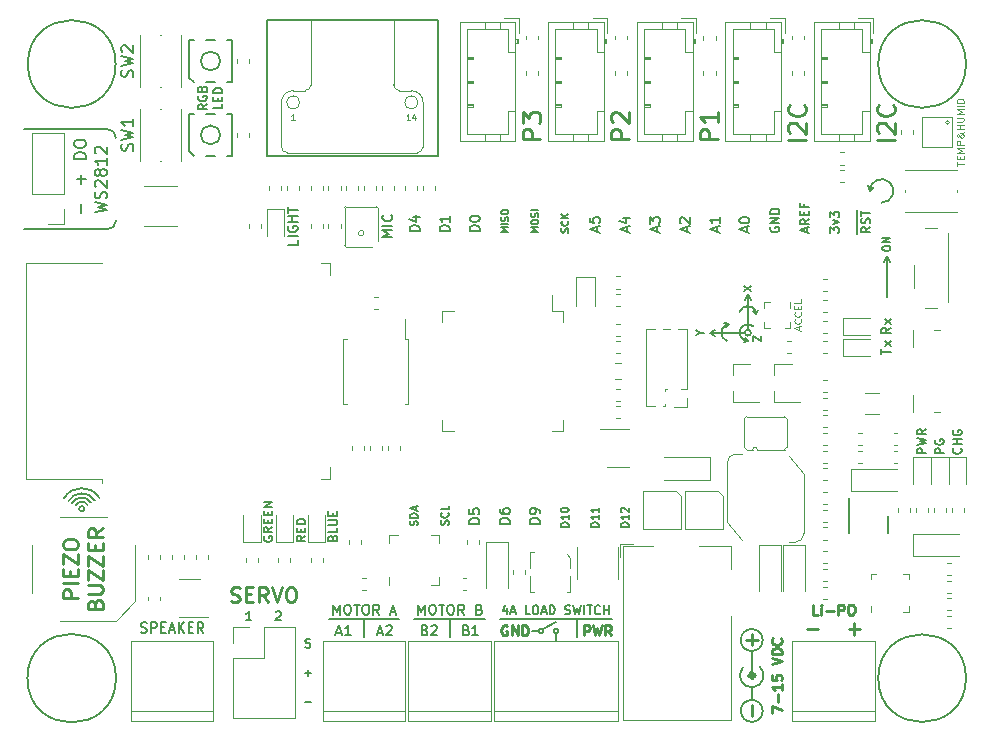
<source format=gbr>
G04 #@! TF.GenerationSoftware,KiCad,Pcbnew,5.0.2-5.fc29*
G04 #@! TF.CreationDate,2020-06-27T20:23:45+07:00*
G04 #@! TF.ProjectId,MP_SamBaseBoard_V1,4d505f53-616d-4426-9173-65426f617264,rev?*
G04 #@! TF.SameCoordinates,Original*
G04 #@! TF.FileFunction,Legend,Top*
G04 #@! TF.FilePolarity,Positive*
%FSLAX45Y45*%
G04 Gerber Fmt 4.5, Leading zero omitted, Abs format (unit mm)*
G04 Created by KiCad (PCBNEW 5.0.2-5.fc29) date Sat 27 Jun 2020 08:23:45 PM +07*
%MOMM*%
%LPD*%
G01*
G04 APERTURE LIST*
%ADD10C,0.150000*%
%ADD11C,0.200000*%
%ADD12C,0.212500*%
%ADD13C,0.250000*%
%ADD14C,0.185000*%
%ADD15C,0.175000*%
%ADD16C,0.125000*%
%ADD17C,0.162500*%
%ADD18C,0.500000*%
%ADD19C,0.120000*%
%ADD20C,0.100000*%
G04 APERTURE END LIST*
D10*
X17000000Y-12470000D02*
X17000000Y-12530000D01*
X16890000Y-12435000D02*
X17000000Y-12375000D01*
X17020000Y-12450000D02*
G75*
G03X17020000Y-12450000I-20000J0D01*
G01*
X16895000Y-12450000D02*
G75*
G03X16895000Y-12450000I-20000J0D01*
G01*
D11*
X14813452Y-9138333D02*
X14813452Y-9178810D01*
X14728452Y-9178810D01*
X14813452Y-9110000D02*
X14728452Y-9110000D01*
X14732500Y-9025000D02*
X14728452Y-9033095D01*
X14728452Y-9045238D01*
X14732500Y-9057381D01*
X14740595Y-9065476D01*
X14748690Y-9069524D01*
X14764881Y-9073571D01*
X14777024Y-9073571D01*
X14793214Y-9069524D01*
X14801309Y-9065476D01*
X14809405Y-9057381D01*
X14813452Y-9045238D01*
X14813452Y-9037143D01*
X14809405Y-9025000D01*
X14805357Y-9020952D01*
X14777024Y-9020952D01*
X14777024Y-9037143D01*
X14813452Y-8984524D02*
X14728452Y-8984524D01*
X14768928Y-8984524D02*
X14768928Y-8935952D01*
X14813452Y-8935952D02*
X14728452Y-8935952D01*
X14728452Y-8907619D02*
X14728452Y-8859048D01*
X14813452Y-8883333D02*
X14728452Y-8883333D01*
D10*
X14550000Y-7275000D02*
X14550000Y-8425000D01*
X14550000Y-8425000D02*
X16000000Y-8425000D01*
X16000000Y-7275000D02*
X16000000Y-8425000D01*
X14550000Y-7275000D02*
X16000000Y-7275000D01*
X19800000Y-9275000D02*
X19825000Y-9325000D01*
X19800000Y-9275000D02*
X19775000Y-9325000D01*
X19800000Y-9275000D02*
X19800000Y-9625000D01*
X19764405Y-9215238D02*
X19764405Y-9202857D01*
X19767500Y-9196667D01*
X19773690Y-9190476D01*
X19786071Y-9187381D01*
X19807738Y-9187381D01*
X19820119Y-9190476D01*
X19826310Y-9196667D01*
X19829405Y-9202857D01*
X19829405Y-9215238D01*
X19826310Y-9221429D01*
X19820119Y-9227619D01*
X19807738Y-9230714D01*
X19786071Y-9230714D01*
X19773690Y-9227619D01*
X19767500Y-9221429D01*
X19764405Y-9215238D01*
X19829405Y-9159524D02*
X19764405Y-9159524D01*
X19829405Y-9122381D01*
X19764405Y-9122381D01*
D12*
X18828452Y-13140714D02*
X18828452Y-13084048D01*
X18913452Y-13120476D01*
X18881071Y-13051667D02*
X18881071Y-12986905D01*
X18913452Y-12901905D02*
X18913452Y-12950476D01*
X18913452Y-12926190D02*
X18828452Y-12926190D01*
X18840595Y-12934286D01*
X18848690Y-12942381D01*
X18852738Y-12950476D01*
X18828452Y-12825000D02*
X18828452Y-12865476D01*
X18868929Y-12869524D01*
X18864881Y-12865476D01*
X18860833Y-12857381D01*
X18860833Y-12837143D01*
X18864881Y-12829048D01*
X18868929Y-12825000D01*
X18877024Y-12820952D01*
X18897262Y-12820952D01*
X18905357Y-12825000D01*
X18909405Y-12829048D01*
X18913452Y-12837143D01*
X18913452Y-12857381D01*
X18909405Y-12865476D01*
X18905357Y-12869524D01*
X18828452Y-12731905D02*
X18913452Y-12703571D01*
X18828452Y-12675238D01*
X18913452Y-12646905D02*
X18828452Y-12646905D01*
X18828452Y-12626667D01*
X18832500Y-12614524D01*
X18840595Y-12606428D01*
X18848690Y-12602381D01*
X18864881Y-12598333D01*
X18877024Y-12598333D01*
X18893214Y-12602381D01*
X18901310Y-12606428D01*
X18909405Y-12614524D01*
X18913452Y-12626667D01*
X18913452Y-12646905D01*
X18905357Y-12513333D02*
X18909405Y-12517381D01*
X18913452Y-12529524D01*
X18913452Y-12537619D01*
X18909405Y-12549762D01*
X18901310Y-12557857D01*
X18893214Y-12561905D01*
X18877024Y-12565952D01*
X18864881Y-12565952D01*
X18848690Y-12561905D01*
X18840595Y-12557857D01*
X18832500Y-12549762D01*
X18828452Y-12537619D01*
X18828452Y-12529524D01*
X18832500Y-12517381D01*
X18836548Y-12513333D01*
D13*
X18658929Y-12572619D02*
X18658929Y-12477381D01*
X18706548Y-12525000D02*
X18611310Y-12525000D01*
X18658929Y-13172619D02*
X18658929Y-13077381D01*
D12*
X19216429Y-12313452D02*
X19175952Y-12313452D01*
X19175952Y-12228452D01*
X19244762Y-12313452D02*
X19244762Y-12256786D01*
X19244762Y-12228452D02*
X19240714Y-12232500D01*
X19244762Y-12236548D01*
X19248810Y-12232500D01*
X19244762Y-12228452D01*
X19244762Y-12236548D01*
X19285238Y-12281071D02*
X19350000Y-12281071D01*
X19390476Y-12313452D02*
X19390476Y-12228452D01*
X19422857Y-12228452D01*
X19430952Y-12232500D01*
X19435000Y-12236548D01*
X19439048Y-12244643D01*
X19439048Y-12256786D01*
X19435000Y-12264881D01*
X19430952Y-12268928D01*
X19422857Y-12272976D01*
X19390476Y-12272976D01*
X19491667Y-12228452D02*
X19507857Y-12228452D01*
X19515952Y-12232500D01*
X19524048Y-12240595D01*
X19528095Y-12256786D01*
X19528095Y-12285119D01*
X19524048Y-12301309D01*
X19515952Y-12309405D01*
X19507857Y-12313452D01*
X19491667Y-12313452D01*
X19483571Y-12309405D01*
X19475476Y-12301309D01*
X19471429Y-12285119D01*
X19471429Y-12256786D01*
X19475476Y-12240595D01*
X19483571Y-12232500D01*
X19491667Y-12228452D01*
D10*
X17175000Y-12350000D02*
X17175000Y-12500000D01*
X16800000Y-12450000D02*
X16855000Y-12450000D01*
X16525000Y-12350000D02*
X17475000Y-12350000D01*
D12*
X17236667Y-12488452D02*
X17236667Y-12403452D01*
X17269048Y-12403452D01*
X17277143Y-12407500D01*
X17281190Y-12411548D01*
X17285238Y-12419643D01*
X17285238Y-12431786D01*
X17281190Y-12439881D01*
X17277143Y-12443928D01*
X17269048Y-12447976D01*
X17236667Y-12447976D01*
X17313571Y-12403452D02*
X17333810Y-12488452D01*
X17350000Y-12427738D01*
X17366190Y-12488452D01*
X17386429Y-12403452D01*
X17467381Y-12488452D02*
X17439048Y-12447976D01*
X17418810Y-12488452D02*
X17418810Y-12403452D01*
X17451190Y-12403452D01*
X17459286Y-12407500D01*
X17463333Y-12411548D01*
X17467381Y-12419643D01*
X17467381Y-12431786D01*
X17463333Y-12439881D01*
X17459286Y-12443928D01*
X17451190Y-12447976D01*
X17418810Y-12447976D01*
X16585238Y-12407500D02*
X16577143Y-12403452D01*
X16565000Y-12403452D01*
X16552857Y-12407500D01*
X16544762Y-12415595D01*
X16540714Y-12423690D01*
X16536667Y-12439881D01*
X16536667Y-12452024D01*
X16540714Y-12468214D01*
X16544762Y-12476309D01*
X16552857Y-12484405D01*
X16565000Y-12488452D01*
X16573095Y-12488452D01*
X16585238Y-12484405D01*
X16589286Y-12480357D01*
X16589286Y-12452024D01*
X16573095Y-12452024D01*
X16625714Y-12488452D02*
X16625714Y-12403452D01*
X16674286Y-12488452D01*
X16674286Y-12403452D01*
X16714762Y-12488452D02*
X16714762Y-12403452D01*
X16735000Y-12403452D01*
X16747143Y-12407500D01*
X16755238Y-12415595D01*
X16759286Y-12423690D01*
X16763333Y-12439881D01*
X16763333Y-12452024D01*
X16759286Y-12468214D01*
X16755238Y-12476309D01*
X16747143Y-12484405D01*
X16735000Y-12488452D01*
X16714762Y-12488452D01*
D14*
X20426786Y-10902261D02*
X20430357Y-10905832D01*
X20433929Y-10916546D01*
X20433929Y-10923689D01*
X20430357Y-10934404D01*
X20423214Y-10941546D01*
X20416071Y-10945118D01*
X20401786Y-10948689D01*
X20391071Y-10948689D01*
X20376786Y-10945118D01*
X20369643Y-10941546D01*
X20362500Y-10934404D01*
X20358929Y-10923689D01*
X20358929Y-10916546D01*
X20362500Y-10905832D01*
X20366071Y-10902261D01*
X20433929Y-10870118D02*
X20358929Y-10870118D01*
X20394643Y-10870118D02*
X20394643Y-10827261D01*
X20433929Y-10827261D02*
X20358929Y-10827261D01*
X20362500Y-10752261D02*
X20358929Y-10759404D01*
X20358929Y-10770118D01*
X20362500Y-10780832D01*
X20369643Y-10787975D01*
X20376786Y-10791546D01*
X20391071Y-10795118D01*
X20401786Y-10795118D01*
X20416071Y-10791546D01*
X20423214Y-10787975D01*
X20430357Y-10780832D01*
X20433929Y-10770118D01*
X20433929Y-10762975D01*
X20430357Y-10752261D01*
X20426786Y-10748689D01*
X20401786Y-10748689D01*
X20401786Y-10762975D01*
X20283929Y-10945118D02*
X20208929Y-10945118D01*
X20208929Y-10916546D01*
X20212500Y-10909404D01*
X20216071Y-10905832D01*
X20223214Y-10902261D01*
X20233929Y-10902261D01*
X20241071Y-10905832D01*
X20244643Y-10909404D01*
X20248214Y-10916546D01*
X20248214Y-10945118D01*
X20212500Y-10830832D02*
X20208929Y-10837975D01*
X20208929Y-10848689D01*
X20212500Y-10859404D01*
X20219643Y-10866546D01*
X20226786Y-10870118D01*
X20241071Y-10873689D01*
X20251786Y-10873689D01*
X20266071Y-10870118D01*
X20273214Y-10866546D01*
X20280357Y-10859404D01*
X20283929Y-10848689D01*
X20283929Y-10841546D01*
X20280357Y-10830832D01*
X20276786Y-10827261D01*
X20251786Y-10827261D01*
X20251786Y-10841546D01*
D10*
X15375000Y-12350000D02*
X15375000Y-12500000D01*
X16100000Y-12350000D02*
X16100000Y-12500000D01*
D11*
X16351602Y-11542614D02*
X16266602Y-11542614D01*
X16266602Y-11522376D01*
X16270650Y-11510233D01*
X16278745Y-11502138D01*
X16286840Y-11498090D01*
X16303031Y-11494043D01*
X16315174Y-11494043D01*
X16331364Y-11498090D01*
X16339459Y-11502138D01*
X16347555Y-11510233D01*
X16351602Y-11522376D01*
X16351602Y-11542614D01*
X16266602Y-11417138D02*
X16266602Y-11457614D01*
X16307078Y-11461662D01*
X16303031Y-11457614D01*
X16298983Y-11449519D01*
X16298983Y-11429281D01*
X16303031Y-11421186D01*
X16307078Y-11417138D01*
X16315174Y-11413090D01*
X16335412Y-11413090D01*
X16343507Y-11417138D01*
X16347555Y-11421186D01*
X16351602Y-11429281D01*
X16351602Y-11449519D01*
X16347555Y-11457614D01*
X16343507Y-11461662D01*
D10*
X15800000Y-12350000D02*
X16400000Y-12350000D01*
X15075000Y-12350000D02*
X15675000Y-12350000D01*
D11*
X16240595Y-12443928D02*
X16252738Y-12447976D01*
X16256786Y-12452024D01*
X16260833Y-12460119D01*
X16260833Y-12472262D01*
X16256786Y-12480357D01*
X16252738Y-12484405D01*
X16244643Y-12488452D01*
X16212262Y-12488452D01*
X16212262Y-12403452D01*
X16240595Y-12403452D01*
X16248690Y-12407500D01*
X16252738Y-12411548D01*
X16256786Y-12419643D01*
X16256786Y-12427738D01*
X16252738Y-12435833D01*
X16248690Y-12439881D01*
X16240595Y-12443928D01*
X16212262Y-12443928D01*
X16341786Y-12488452D02*
X16293214Y-12488452D01*
X16317500Y-12488452D02*
X16317500Y-12403452D01*
X16309405Y-12415595D01*
X16301309Y-12423690D01*
X16293214Y-12427738D01*
X15890595Y-12443928D02*
X15902738Y-12447976D01*
X15906786Y-12452024D01*
X15910833Y-12460119D01*
X15910833Y-12472262D01*
X15906786Y-12480357D01*
X15902738Y-12484405D01*
X15894643Y-12488452D01*
X15862262Y-12488452D01*
X15862262Y-12403452D01*
X15890595Y-12403452D01*
X15898690Y-12407500D01*
X15902738Y-12411548D01*
X15906786Y-12419643D01*
X15906786Y-12427738D01*
X15902738Y-12435833D01*
X15898690Y-12439881D01*
X15890595Y-12443928D01*
X15862262Y-12443928D01*
X15943214Y-12411548D02*
X15947262Y-12407500D01*
X15955357Y-12403452D01*
X15975595Y-12403452D01*
X15983690Y-12407500D01*
X15987738Y-12411548D01*
X15991786Y-12419643D01*
X15991786Y-12427738D01*
X15987738Y-12439881D01*
X15939167Y-12488452D01*
X15991786Y-12488452D01*
X15489286Y-12464167D02*
X15529762Y-12464167D01*
X15481190Y-12488452D02*
X15509524Y-12403452D01*
X15537857Y-12488452D01*
X15562143Y-12411548D02*
X15566190Y-12407500D01*
X15574286Y-12403452D01*
X15594524Y-12403452D01*
X15602619Y-12407500D01*
X15606667Y-12411548D01*
X15610714Y-12419643D01*
X15610714Y-12427738D01*
X15606667Y-12439881D01*
X15558095Y-12488452D01*
X15610714Y-12488452D01*
X15139286Y-12464167D02*
X15179762Y-12464167D01*
X15131190Y-12488452D02*
X15159524Y-12403452D01*
X15187857Y-12488452D01*
X15260714Y-12488452D02*
X15212143Y-12488452D01*
X15236428Y-12488452D02*
X15236428Y-12403452D01*
X15228333Y-12415595D01*
X15220238Y-12423690D01*
X15212143Y-12427738D01*
X15113928Y-12313452D02*
X15113928Y-12228452D01*
X15142262Y-12289167D01*
X15170595Y-12228452D01*
X15170595Y-12313452D01*
X15227262Y-12228452D02*
X15243452Y-12228452D01*
X15251548Y-12232500D01*
X15259643Y-12240595D01*
X15263690Y-12256786D01*
X15263690Y-12285119D01*
X15259643Y-12301309D01*
X15251548Y-12309405D01*
X15243452Y-12313452D01*
X15227262Y-12313452D01*
X15219167Y-12309405D01*
X15211071Y-12301309D01*
X15207024Y-12285119D01*
X15207024Y-12256786D01*
X15211071Y-12240595D01*
X15219167Y-12232500D01*
X15227262Y-12228452D01*
X15287976Y-12228452D02*
X15336548Y-12228452D01*
X15312262Y-12313452D02*
X15312262Y-12228452D01*
X15381071Y-12228452D02*
X15397262Y-12228452D01*
X15405357Y-12232500D01*
X15413452Y-12240595D01*
X15417500Y-12256786D01*
X15417500Y-12285119D01*
X15413452Y-12301309D01*
X15405357Y-12309405D01*
X15397262Y-12313452D01*
X15381071Y-12313452D01*
X15372976Y-12309405D01*
X15364881Y-12301309D01*
X15360833Y-12285119D01*
X15360833Y-12256786D01*
X15364881Y-12240595D01*
X15372976Y-12232500D01*
X15381071Y-12228452D01*
X15502500Y-12313452D02*
X15474167Y-12272976D01*
X15453928Y-12313452D02*
X15453928Y-12228452D01*
X15486309Y-12228452D01*
X15494405Y-12232500D01*
X15498452Y-12236548D01*
X15502500Y-12244643D01*
X15502500Y-12256786D01*
X15498452Y-12264881D01*
X15494405Y-12268928D01*
X15486309Y-12272976D01*
X15453928Y-12272976D01*
X15599643Y-12289167D02*
X15640119Y-12289167D01*
X15591548Y-12313452D02*
X15619881Y-12228452D01*
X15648214Y-12313452D01*
D10*
X13275000Y-12850000D02*
G75*
G03X13275000Y-12850000I-375000J0D01*
G01*
X20471652Y-12850000D02*
G75*
G03X20471652Y-12850000I-371652J0D01*
G01*
X13271652Y-7650000D02*
G75*
G03X13271652Y-7650000I-371652J0D01*
G01*
X20471652Y-7650000D02*
G75*
G03X20471652Y-7650000I-371652J0D01*
G01*
X12832537Y-11329239D02*
G75*
G02X13135000Y-11325000I152463J-85761D01*
G01*
X12871024Y-11351680D02*
G75*
G02X13095000Y-11345000I113976J-63320D01*
G01*
X12903090Y-11368194D02*
G75*
G02X13065000Y-11365000I81910J-46806D01*
G01*
X12935000Y-11385000D02*
G75*
G02X13035000Y-11385000I50000J-30000D01*
G01*
X13007361Y-11415000D02*
G75*
G03X13007361Y-11415000I-22361J0D01*
G01*
D15*
X14043928Y-7991786D02*
X14008214Y-8016786D01*
X14043928Y-8034643D02*
X13968928Y-8034643D01*
X13968928Y-8006071D01*
X13972500Y-7998928D01*
X13976071Y-7995357D01*
X13983214Y-7991786D01*
X13993928Y-7991786D01*
X14001071Y-7995357D01*
X14004643Y-7998928D01*
X14008214Y-8006071D01*
X14008214Y-8034643D01*
X13972500Y-7920357D02*
X13968928Y-7927500D01*
X13968928Y-7938214D01*
X13972500Y-7948928D01*
X13979643Y-7956071D01*
X13986786Y-7959643D01*
X14001071Y-7963214D01*
X14011786Y-7963214D01*
X14026071Y-7959643D01*
X14033214Y-7956071D01*
X14040357Y-7948928D01*
X14043928Y-7938214D01*
X14043928Y-7931071D01*
X14040357Y-7920357D01*
X14036786Y-7916786D01*
X14011786Y-7916786D01*
X14011786Y-7931071D01*
X14004643Y-7859643D02*
X14008214Y-7848928D01*
X14011786Y-7845357D01*
X14018928Y-7841786D01*
X14029643Y-7841786D01*
X14036786Y-7845357D01*
X14040357Y-7848928D01*
X14043928Y-7856071D01*
X14043928Y-7884643D01*
X13968928Y-7884643D01*
X13968928Y-7859643D01*
X13972500Y-7852500D01*
X13976071Y-7848928D01*
X13983214Y-7845357D01*
X13990357Y-7845357D01*
X13997500Y-7848928D01*
X14001071Y-7852500D01*
X14004643Y-7859643D01*
X14004643Y-7884643D01*
X14173928Y-7988214D02*
X14173928Y-8023928D01*
X14098928Y-8023928D01*
X14134643Y-7963214D02*
X14134643Y-7938214D01*
X14173928Y-7927500D02*
X14173928Y-7963214D01*
X14098928Y-7963214D01*
X14098928Y-7927500D01*
X14173928Y-7895357D02*
X14098928Y-7895357D01*
X14098928Y-7877500D01*
X14102500Y-7866786D01*
X14109643Y-7859643D01*
X14116786Y-7856071D01*
X14131071Y-7852500D01*
X14141786Y-7852500D01*
X14156071Y-7856071D01*
X14163214Y-7859643D01*
X14170357Y-7866786D01*
X14173928Y-7877500D01*
X14173928Y-7895357D01*
D10*
X15826309Y-11554988D02*
X15829405Y-11545702D01*
X15829405Y-11530226D01*
X15826309Y-11524036D01*
X15823214Y-11520940D01*
X15817024Y-11517845D01*
X15810833Y-11517845D01*
X15804643Y-11520940D01*
X15801548Y-11524036D01*
X15798452Y-11530226D01*
X15795357Y-11542607D01*
X15792262Y-11548798D01*
X15789167Y-11551893D01*
X15782976Y-11554988D01*
X15776786Y-11554988D01*
X15770595Y-11551893D01*
X15767500Y-11548798D01*
X15764405Y-11542607D01*
X15764405Y-11527131D01*
X15767500Y-11517845D01*
X15829405Y-11489988D02*
X15764405Y-11489988D01*
X15764405Y-11474512D01*
X15767500Y-11465226D01*
X15773690Y-11459036D01*
X15779881Y-11455940D01*
X15792262Y-11452845D01*
X15801548Y-11452845D01*
X15813928Y-11455940D01*
X15820119Y-11459036D01*
X15826309Y-11465226D01*
X15829405Y-11474512D01*
X15829405Y-11489988D01*
X15810833Y-11428083D02*
X15810833Y-11397131D01*
X15829405Y-11434274D02*
X15764405Y-11412607D01*
X15829405Y-11390940D01*
X16087209Y-11551893D02*
X16090305Y-11542607D01*
X16090305Y-11527131D01*
X16087209Y-11520940D01*
X16084114Y-11517845D01*
X16077924Y-11514750D01*
X16071733Y-11514750D01*
X16065543Y-11517845D01*
X16062448Y-11520940D01*
X16059352Y-11527131D01*
X16056257Y-11539512D01*
X16053162Y-11545702D01*
X16050067Y-11548798D01*
X16043876Y-11551893D01*
X16037686Y-11551893D01*
X16031495Y-11548798D01*
X16028400Y-11545702D01*
X16025305Y-11539512D01*
X16025305Y-11524036D01*
X16028400Y-11514750D01*
X16084114Y-11449750D02*
X16087209Y-11452845D01*
X16090305Y-11462131D01*
X16090305Y-11468321D01*
X16087209Y-11477607D01*
X16081019Y-11483798D01*
X16074828Y-11486893D01*
X16062448Y-11489988D01*
X16053162Y-11489988D01*
X16040781Y-11486893D01*
X16034590Y-11483798D01*
X16028400Y-11477607D01*
X16025305Y-11468321D01*
X16025305Y-11462131D01*
X16028400Y-11452845D01*
X16031495Y-11449750D01*
X16090305Y-11390940D02*
X16090305Y-11421893D01*
X16025305Y-11421893D01*
D11*
X16607352Y-11542614D02*
X16522352Y-11542614D01*
X16522352Y-11522376D01*
X16526400Y-11510233D01*
X16534495Y-11502138D01*
X16542590Y-11498090D01*
X16558781Y-11494043D01*
X16570924Y-11494043D01*
X16587114Y-11498090D01*
X16595209Y-11502138D01*
X16603305Y-11510233D01*
X16607352Y-11522376D01*
X16607352Y-11542614D01*
X16522352Y-11421186D02*
X16522352Y-11437376D01*
X16526400Y-11445471D01*
X16530448Y-11449519D01*
X16542590Y-11457614D01*
X16558781Y-11461662D01*
X16591162Y-11461662D01*
X16599257Y-11457614D01*
X16603305Y-11453567D01*
X16607352Y-11445471D01*
X16607352Y-11429281D01*
X16603305Y-11421186D01*
X16599257Y-11417138D01*
X16591162Y-11413090D01*
X16570924Y-11413090D01*
X16562828Y-11417138D01*
X16558781Y-11421186D01*
X16554733Y-11429281D01*
X16554733Y-11445471D01*
X16558781Y-11453567D01*
X16562828Y-11457614D01*
X16570924Y-11461662D01*
X16861352Y-11542614D02*
X16776352Y-11542614D01*
X16776352Y-11522376D01*
X16780400Y-11510233D01*
X16788495Y-11502138D01*
X16796590Y-11498090D01*
X16812781Y-11494043D01*
X16824924Y-11494043D01*
X16841114Y-11498090D01*
X16849210Y-11502138D01*
X16857305Y-11510233D01*
X16861352Y-11522376D01*
X16861352Y-11542614D01*
X16861352Y-11453567D02*
X16861352Y-11437376D01*
X16857305Y-11429281D01*
X16853257Y-11425233D01*
X16841114Y-11417138D01*
X16824924Y-11413090D01*
X16792543Y-11413090D01*
X16784448Y-11417138D01*
X16780400Y-11421186D01*
X16776352Y-11429281D01*
X16776352Y-11445471D01*
X16780400Y-11453567D01*
X16784448Y-11457614D01*
X16792543Y-11461662D01*
X16812781Y-11461662D01*
X16820876Y-11457614D01*
X16824924Y-11453567D01*
X16828971Y-11445471D01*
X16828971Y-11429281D01*
X16824924Y-11421186D01*
X16820876Y-11417138D01*
X16812781Y-11413090D01*
D10*
X17106305Y-11566983D02*
X17041305Y-11566983D01*
X17041305Y-11551507D01*
X17044400Y-11542221D01*
X17050590Y-11536031D01*
X17056781Y-11532936D01*
X17069162Y-11529840D01*
X17078448Y-11529840D01*
X17090829Y-11532936D01*
X17097019Y-11536031D01*
X17103210Y-11542221D01*
X17106305Y-11551507D01*
X17106305Y-11566983D01*
X17106305Y-11467936D02*
X17106305Y-11505078D01*
X17106305Y-11486507D02*
X17041305Y-11486507D01*
X17050590Y-11492698D01*
X17056781Y-11498888D01*
X17059876Y-11505078D01*
X17041305Y-11427698D02*
X17041305Y-11421507D01*
X17044400Y-11415317D01*
X17047495Y-11412221D01*
X17053686Y-11409126D01*
X17066067Y-11406031D01*
X17081543Y-11406031D01*
X17093924Y-11409126D01*
X17100114Y-11412221D01*
X17103210Y-11415317D01*
X17106305Y-11421507D01*
X17106305Y-11427698D01*
X17103210Y-11433888D01*
X17100114Y-11436983D01*
X17093924Y-11440078D01*
X17081543Y-11443174D01*
X17066067Y-11443174D01*
X17053686Y-11440078D01*
X17047495Y-11436983D01*
X17044400Y-11433888D01*
X17041305Y-11427698D01*
X17360305Y-11566983D02*
X17295305Y-11566983D01*
X17295305Y-11551507D01*
X17298400Y-11542221D01*
X17304590Y-11536031D01*
X17310781Y-11532936D01*
X17323162Y-11529840D01*
X17332448Y-11529840D01*
X17344829Y-11532936D01*
X17351019Y-11536031D01*
X17357210Y-11542221D01*
X17360305Y-11551507D01*
X17360305Y-11566983D01*
X17360305Y-11467936D02*
X17360305Y-11505078D01*
X17360305Y-11486507D02*
X17295305Y-11486507D01*
X17304590Y-11492698D01*
X17310781Y-11498888D01*
X17313876Y-11505078D01*
X17360305Y-11406031D02*
X17360305Y-11443174D01*
X17360305Y-11424602D02*
X17295305Y-11424602D01*
X17304590Y-11430793D01*
X17310781Y-11436983D01*
X17313876Y-11443174D01*
D15*
X19548250Y-9088625D02*
X19548250Y-9013625D01*
X19658929Y-9027911D02*
X19623214Y-9052911D01*
X19658929Y-9070768D02*
X19583929Y-9070768D01*
X19583929Y-9042196D01*
X19587500Y-9035054D01*
X19591071Y-9031482D01*
X19598214Y-9027911D01*
X19608929Y-9027911D01*
X19616071Y-9031482D01*
X19619643Y-9035054D01*
X19623214Y-9042196D01*
X19623214Y-9070768D01*
X19548250Y-9013625D02*
X19548250Y-8942196D01*
X19655357Y-8999339D02*
X19658929Y-8988625D01*
X19658929Y-8970768D01*
X19655357Y-8963625D01*
X19651786Y-8960054D01*
X19644643Y-8956482D01*
X19637500Y-8956482D01*
X19630357Y-8960054D01*
X19626786Y-8963625D01*
X19623214Y-8970768D01*
X19619643Y-8985054D01*
X19616071Y-8992196D01*
X19612500Y-8995768D01*
X19605357Y-8999339D01*
X19598214Y-8999339D01*
X19591071Y-8995768D01*
X19587500Y-8992196D01*
X19583929Y-8985054D01*
X19583929Y-8967196D01*
X19587500Y-8956482D01*
X19548250Y-8942196D02*
X19548250Y-8885054D01*
X19583929Y-8935054D02*
X19583929Y-8892196D01*
X19658929Y-8913625D02*
X19583929Y-8913625D01*
X19321829Y-9077911D02*
X19321829Y-9031482D01*
X19350400Y-9056482D01*
X19350400Y-9045768D01*
X19353971Y-9038625D01*
X19357543Y-9035054D01*
X19364686Y-9031482D01*
X19382543Y-9031482D01*
X19389686Y-9035054D01*
X19393257Y-9038625D01*
X19396829Y-9045768D01*
X19396829Y-9067196D01*
X19393257Y-9074339D01*
X19389686Y-9077911D01*
X19346829Y-9006482D02*
X19396829Y-8988625D01*
X19346829Y-8970768D01*
X19321829Y-8949339D02*
X19321829Y-8902911D01*
X19350400Y-8927911D01*
X19350400Y-8917196D01*
X19353971Y-8910054D01*
X19357543Y-8906482D01*
X19364686Y-8902911D01*
X19382543Y-8902911D01*
X19389686Y-8906482D01*
X19393257Y-8910054D01*
X19396829Y-8917196D01*
X19396829Y-8938625D01*
X19393257Y-8945768D01*
X19389686Y-8949339D01*
X19121400Y-9074339D02*
X19121400Y-9038625D01*
X19142829Y-9081482D02*
X19067829Y-9056482D01*
X19142829Y-9031482D01*
X19142829Y-8963625D02*
X19107114Y-8988625D01*
X19142829Y-9006482D02*
X19067829Y-9006482D01*
X19067829Y-8977911D01*
X19071400Y-8970768D01*
X19074971Y-8967196D01*
X19082114Y-8963625D01*
X19092829Y-8963625D01*
X19099971Y-8967196D01*
X19103543Y-8970768D01*
X19107114Y-8977911D01*
X19107114Y-9006482D01*
X19103543Y-8931482D02*
X19103543Y-8906482D01*
X19142829Y-8895768D02*
X19142829Y-8931482D01*
X19067829Y-8931482D01*
X19067829Y-8895768D01*
X19103543Y-8838625D02*
X19103543Y-8863625D01*
X19142829Y-8863625D02*
X19067829Y-8863625D01*
X19067829Y-8827911D01*
X18817400Y-9031482D02*
X18813829Y-9038625D01*
X18813829Y-9049339D01*
X18817400Y-9060054D01*
X18824543Y-9067196D01*
X18831686Y-9070768D01*
X18845971Y-9074339D01*
X18856686Y-9074339D01*
X18870971Y-9070768D01*
X18878114Y-9067196D01*
X18885257Y-9060054D01*
X18888829Y-9049339D01*
X18888829Y-9042196D01*
X18885257Y-9031482D01*
X18881686Y-9027911D01*
X18856686Y-9027911D01*
X18856686Y-9042196D01*
X18888829Y-8995768D02*
X18813829Y-8995768D01*
X18888829Y-8952911D01*
X18813829Y-8952911D01*
X18888829Y-8917196D02*
X18813829Y-8917196D01*
X18813829Y-8899339D01*
X18817400Y-8888625D01*
X18824543Y-8881482D01*
X18831686Y-8877911D01*
X18845971Y-8874339D01*
X18856686Y-8874339D01*
X18870971Y-8877911D01*
X18878114Y-8881482D01*
X18885257Y-8888625D01*
X18888829Y-8899339D01*
X18888829Y-8917196D01*
D11*
X18614167Y-9070810D02*
X18614167Y-9030333D01*
X18638452Y-9078905D02*
X18553452Y-9050571D01*
X18638452Y-9022238D01*
X18553452Y-8977714D02*
X18553452Y-8969619D01*
X18557500Y-8961524D01*
X18561548Y-8957476D01*
X18569643Y-8953429D01*
X18585833Y-8949381D01*
X18606071Y-8949381D01*
X18622262Y-8953429D01*
X18630357Y-8957476D01*
X18634405Y-8961524D01*
X18638452Y-8969619D01*
X18638452Y-8977714D01*
X18634405Y-8985810D01*
X18630357Y-8989857D01*
X18622262Y-8993905D01*
X18606071Y-8997952D01*
X18585833Y-8997952D01*
X18569643Y-8993905D01*
X18561548Y-8989857D01*
X18557500Y-8985810D01*
X18553452Y-8977714D01*
X18361067Y-9070810D02*
X18361067Y-9030333D01*
X18385352Y-9078905D02*
X18300352Y-9050571D01*
X18385352Y-9022238D01*
X18385352Y-8949381D02*
X18385352Y-8997952D01*
X18385352Y-8973667D02*
X18300352Y-8973667D01*
X18312495Y-8981762D01*
X18320590Y-8989857D01*
X18324638Y-8997952D01*
X18107067Y-9070810D02*
X18107067Y-9030333D01*
X18131352Y-9078905D02*
X18046352Y-9050571D01*
X18131352Y-9022238D01*
X18054448Y-8997952D02*
X18050400Y-8993905D01*
X18046352Y-8985810D01*
X18046352Y-8965571D01*
X18050400Y-8957476D01*
X18054448Y-8953429D01*
X18062543Y-8949381D01*
X18070638Y-8949381D01*
X18082781Y-8953429D01*
X18131352Y-9002000D01*
X18131352Y-8949381D01*
X17853067Y-9070810D02*
X17853067Y-9030333D01*
X17877352Y-9078905D02*
X17792352Y-9050571D01*
X17877352Y-9022238D01*
X17792352Y-9002000D02*
X17792352Y-8949381D01*
X17824733Y-8977714D01*
X17824733Y-8965571D01*
X17828781Y-8957476D01*
X17832829Y-8953429D01*
X17840924Y-8949381D01*
X17861162Y-8949381D01*
X17869257Y-8953429D01*
X17873305Y-8957476D01*
X17877352Y-8965571D01*
X17877352Y-8989857D01*
X17873305Y-8997952D01*
X17869257Y-9002000D01*
X17599067Y-9068710D02*
X17599067Y-9028233D01*
X17623352Y-9076805D02*
X17538352Y-9048471D01*
X17623352Y-9020138D01*
X17566686Y-8955376D02*
X17623352Y-8955376D01*
X17534305Y-8975614D02*
X17595019Y-8995852D01*
X17595019Y-8943233D01*
X17345067Y-9068710D02*
X17345067Y-9028233D01*
X17369352Y-9076805D02*
X17284352Y-9048471D01*
X17369352Y-9020138D01*
X17284352Y-8951329D02*
X17284352Y-8991805D01*
X17324829Y-8995852D01*
X17320781Y-8991805D01*
X17316733Y-8983710D01*
X17316733Y-8963471D01*
X17320781Y-8955376D01*
X17324829Y-8951329D01*
X17332924Y-8947281D01*
X17353162Y-8947281D01*
X17361257Y-8951329D01*
X17365305Y-8955376D01*
X17369352Y-8963471D01*
X17369352Y-8983710D01*
X17365305Y-8991805D01*
X17361257Y-8995852D01*
D10*
X17101186Y-9076721D02*
X17104043Y-9068150D01*
X17104043Y-9053864D01*
X17101186Y-9048150D01*
X17098329Y-9045293D01*
X17092614Y-9042436D01*
X17086900Y-9042436D01*
X17081186Y-9045293D01*
X17078329Y-9048150D01*
X17075471Y-9053864D01*
X17072614Y-9065293D01*
X17069757Y-9071007D01*
X17066900Y-9073864D01*
X17061186Y-9076721D01*
X17055471Y-9076721D01*
X17049757Y-9073864D01*
X17046900Y-9071007D01*
X17044043Y-9065293D01*
X17044043Y-9051007D01*
X17046900Y-9042436D01*
X17098329Y-8982436D02*
X17101186Y-8985293D01*
X17104043Y-8993864D01*
X17104043Y-8999579D01*
X17101186Y-9008150D01*
X17095471Y-9013864D01*
X17089757Y-9016721D01*
X17078329Y-9019579D01*
X17069757Y-9019579D01*
X17058329Y-9016721D01*
X17052614Y-9013864D01*
X17046900Y-9008150D01*
X17044043Y-8999579D01*
X17044043Y-8993864D01*
X17046900Y-8985293D01*
X17049757Y-8982436D01*
X17104043Y-8956721D02*
X17044043Y-8956721D01*
X17104043Y-8922436D02*
X17069757Y-8948150D01*
X17044043Y-8922436D02*
X17078329Y-8956721D01*
X16850043Y-9073864D02*
X16790043Y-9073864D01*
X16832900Y-9053864D01*
X16790043Y-9033864D01*
X16850043Y-9033864D01*
X16790043Y-8993864D02*
X16790043Y-8982436D01*
X16792900Y-8976721D01*
X16798614Y-8971007D01*
X16810043Y-8968150D01*
X16830043Y-8968150D01*
X16841471Y-8971007D01*
X16847186Y-8976721D01*
X16850043Y-8982436D01*
X16850043Y-8993864D01*
X16847186Y-8999579D01*
X16841471Y-9005293D01*
X16830043Y-9008150D01*
X16810043Y-9008150D01*
X16798614Y-9005293D01*
X16792900Y-8999579D01*
X16790043Y-8993864D01*
X16847186Y-8945293D02*
X16850043Y-8936721D01*
X16850043Y-8922436D01*
X16847186Y-8916721D01*
X16844329Y-8913864D01*
X16838614Y-8911007D01*
X16832900Y-8911007D01*
X16827186Y-8913864D01*
X16824329Y-8916721D01*
X16821471Y-8922436D01*
X16818614Y-8933864D01*
X16815757Y-8939579D01*
X16812900Y-8942436D01*
X16807186Y-8945293D01*
X16801471Y-8945293D01*
X16795757Y-8942436D01*
X16792900Y-8939579D01*
X16790043Y-8933864D01*
X16790043Y-8919579D01*
X16792900Y-8911007D01*
X16850043Y-8885293D02*
X16790043Y-8885293D01*
X16596043Y-9073864D02*
X16536043Y-9073864D01*
X16578900Y-9053864D01*
X16536043Y-9033864D01*
X16596043Y-9033864D01*
X16596043Y-9005293D02*
X16536043Y-9005293D01*
X16593186Y-8979579D02*
X16596043Y-8971007D01*
X16596043Y-8956721D01*
X16593186Y-8951007D01*
X16590328Y-8948150D01*
X16584614Y-8945293D01*
X16578900Y-8945293D01*
X16573186Y-8948150D01*
X16570328Y-8951007D01*
X16567471Y-8956721D01*
X16564614Y-8968150D01*
X16561757Y-8973864D01*
X16558900Y-8976721D01*
X16553186Y-8979579D01*
X16547471Y-8979579D01*
X16541757Y-8976721D01*
X16538900Y-8973864D01*
X16536043Y-8968150D01*
X16536043Y-8953864D01*
X16538900Y-8945293D01*
X16536043Y-8908150D02*
X16536043Y-8896721D01*
X16538900Y-8891007D01*
X16544614Y-8885293D01*
X16556043Y-8882436D01*
X16576043Y-8882436D01*
X16587471Y-8885293D01*
X16593186Y-8891007D01*
X16596043Y-8896721D01*
X16596043Y-8908150D01*
X16593186Y-8913864D01*
X16587471Y-8919579D01*
X16576043Y-8922436D01*
X16556043Y-8922436D01*
X16544614Y-8919579D01*
X16538900Y-8913864D01*
X16536043Y-8908150D01*
D11*
X16353352Y-9064662D02*
X16268352Y-9064662D01*
X16268352Y-9044424D01*
X16272400Y-9032281D01*
X16280495Y-9024186D01*
X16288590Y-9020138D01*
X16304781Y-9016090D01*
X16316924Y-9016090D01*
X16333114Y-9020138D01*
X16341209Y-9024186D01*
X16349305Y-9032281D01*
X16353352Y-9044424D01*
X16353352Y-9064662D01*
X16268352Y-8963471D02*
X16268352Y-8955376D01*
X16272400Y-8947281D01*
X16276448Y-8943233D01*
X16284543Y-8939186D01*
X16300733Y-8935138D01*
X16320971Y-8935138D01*
X16337162Y-8939186D01*
X16345257Y-8943233D01*
X16349305Y-8947281D01*
X16353352Y-8955376D01*
X16353352Y-8963471D01*
X16349305Y-8971567D01*
X16345257Y-8975614D01*
X16337162Y-8979662D01*
X16320971Y-8983710D01*
X16300733Y-8983710D01*
X16284543Y-8979662D01*
X16276448Y-8975614D01*
X16272400Y-8971567D01*
X16268352Y-8963471D01*
X16099352Y-9064662D02*
X16014352Y-9064662D01*
X16014352Y-9044424D01*
X16018400Y-9032281D01*
X16026495Y-9024186D01*
X16034590Y-9020138D01*
X16050781Y-9016090D01*
X16062924Y-9016090D01*
X16079114Y-9020138D01*
X16087209Y-9024186D01*
X16095305Y-9032281D01*
X16099352Y-9044424D01*
X16099352Y-9064662D01*
X16099352Y-8935138D02*
X16099352Y-8983710D01*
X16099352Y-8959424D02*
X16014352Y-8959424D01*
X16026495Y-8967519D01*
X16034590Y-8975614D01*
X16038638Y-8983710D01*
X15845352Y-9064662D02*
X15760352Y-9064662D01*
X15760352Y-9044424D01*
X15764400Y-9032281D01*
X15772495Y-9024186D01*
X15780590Y-9020138D01*
X15796781Y-9016090D01*
X15808924Y-9016090D01*
X15825114Y-9020138D01*
X15833209Y-9024186D01*
X15841305Y-9032281D01*
X15845352Y-9044424D01*
X15845352Y-9064662D01*
X15788686Y-8943233D02*
X15845352Y-8943233D01*
X15756305Y-8963471D02*
X15817019Y-8983710D01*
X15817019Y-8931090D01*
D10*
X17614305Y-11566983D02*
X17549305Y-11566983D01*
X17549305Y-11551507D01*
X17552400Y-11542221D01*
X17558590Y-11536031D01*
X17564781Y-11532936D01*
X17577162Y-11529840D01*
X17586448Y-11529840D01*
X17598829Y-11532936D01*
X17605019Y-11536031D01*
X17611210Y-11542221D01*
X17614305Y-11551507D01*
X17614305Y-11566983D01*
X17614305Y-11467936D02*
X17614305Y-11505078D01*
X17614305Y-11486507D02*
X17549305Y-11486507D01*
X17558590Y-11492698D01*
X17564781Y-11498888D01*
X17567876Y-11505078D01*
X17555495Y-11443174D02*
X17552400Y-11440078D01*
X17549305Y-11433888D01*
X17549305Y-11418412D01*
X17552400Y-11412221D01*
X17555495Y-11409126D01*
X17561686Y-11406031D01*
X17567876Y-11406031D01*
X17577162Y-11409126D01*
X17614305Y-11446269D01*
X17614305Y-11406031D01*
D11*
X19657000Y-8723900D02*
X19692000Y-8688900D01*
X19657000Y-8723900D02*
X19642000Y-8673900D01*
X19657000Y-8723900D02*
G75*
G02X19757000Y-8823900I100000J0D01*
G01*
D16*
X19060000Y-9900714D02*
X19060000Y-9872143D01*
X19077143Y-9906429D02*
X19017143Y-9886429D01*
X19077143Y-9866429D01*
X19071429Y-9812143D02*
X19074286Y-9815000D01*
X19077143Y-9823571D01*
X19077143Y-9829286D01*
X19074286Y-9837857D01*
X19068571Y-9843571D01*
X19062857Y-9846429D01*
X19051429Y-9849286D01*
X19042857Y-9849286D01*
X19031429Y-9846429D01*
X19025714Y-9843571D01*
X19020000Y-9837857D01*
X19017143Y-9829286D01*
X19017143Y-9823571D01*
X19020000Y-9815000D01*
X19022857Y-9812143D01*
X19071429Y-9752143D02*
X19074286Y-9755000D01*
X19077143Y-9763571D01*
X19077143Y-9769286D01*
X19074286Y-9777857D01*
X19068571Y-9783571D01*
X19062857Y-9786429D01*
X19051429Y-9789286D01*
X19042857Y-9789286D01*
X19031429Y-9786429D01*
X19025714Y-9783571D01*
X19020000Y-9777857D01*
X19017143Y-9769286D01*
X19017143Y-9763571D01*
X19020000Y-9755000D01*
X19022857Y-9752143D01*
X19045714Y-9726429D02*
X19045714Y-9706429D01*
X19077143Y-9697857D02*
X19077143Y-9726429D01*
X19017143Y-9726429D01*
X19017143Y-9697857D01*
X19077143Y-9643571D02*
X19077143Y-9672143D01*
X19017143Y-9672143D01*
D10*
X18465000Y-9855000D02*
X18440000Y-9880000D01*
X18448122Y-9995019D02*
G75*
G02X18444495Y-9856484I26878J70019D01*
G01*
D17*
X18671905Y-9996667D02*
X18671905Y-9953333D01*
X18736905Y-9996667D01*
X18736905Y-9953333D01*
X18589405Y-9571667D02*
X18654405Y-9528333D01*
X18589405Y-9528333D02*
X18654405Y-9571667D01*
D10*
X18625000Y-9997500D02*
X18595000Y-10007500D01*
X18625000Y-9995000D02*
X18600000Y-9970000D01*
X18625000Y-9995711D02*
G75*
G02X18675000Y-9875000I0J70711D01*
G01*
X18465000Y-9855000D02*
X18425000Y-9845000D01*
X18695000Y-9765000D02*
X18710000Y-9730000D01*
X18670000Y-9740000D02*
X18695000Y-9765000D01*
X18695000Y-9765000D02*
X18670000Y-9740000D01*
X18625000Y-9600000D02*
X18650000Y-9650000D01*
X18600000Y-9650000D02*
X18625000Y-9600000D01*
X18554982Y-9748122D02*
G75*
G02X18693516Y-9744495I70019J-26878D01*
G01*
D17*
X18223452Y-9925000D02*
X18254405Y-9925000D01*
X18189405Y-9946667D02*
X18223452Y-9925000D01*
X18189405Y-9903333D01*
D10*
X18300000Y-9925000D02*
X18350000Y-9900000D01*
X18600000Y-9925000D02*
X18300000Y-9925000D01*
X18350000Y-9950000D02*
X18300000Y-9925000D01*
X18625000Y-9900000D02*
X18625000Y-9600000D01*
X18650000Y-9925000D02*
G75*
G03X18650000Y-9925000I-25000J0D01*
G01*
X15109643Y-11663214D02*
X15113214Y-11652500D01*
X15116786Y-11648928D01*
X15123928Y-11645357D01*
X15134643Y-11645357D01*
X15141786Y-11648928D01*
X15145357Y-11652500D01*
X15148928Y-11659643D01*
X15148928Y-11688214D01*
X15073928Y-11688214D01*
X15073928Y-11663214D01*
X15077500Y-11656071D01*
X15081071Y-11652500D01*
X15088214Y-11648928D01*
X15095357Y-11648928D01*
X15102500Y-11652500D01*
X15106071Y-11656071D01*
X15109643Y-11663214D01*
X15109643Y-11688214D01*
X15148928Y-11577500D02*
X15148928Y-11613214D01*
X15073928Y-11613214D01*
X15073928Y-11552500D02*
X15134643Y-11552500D01*
X15141786Y-11548928D01*
X15145357Y-11545357D01*
X15148928Y-11538214D01*
X15148928Y-11523928D01*
X15145357Y-11516786D01*
X15141786Y-11513214D01*
X15134643Y-11509643D01*
X15073928Y-11509643D01*
X15109643Y-11473928D02*
X15109643Y-11448928D01*
X15148928Y-11438214D02*
X15148928Y-11473928D01*
X15073928Y-11473928D01*
X15073928Y-11438214D01*
X14878928Y-11643214D02*
X14843214Y-11668214D01*
X14878928Y-11686071D02*
X14803928Y-11686071D01*
X14803928Y-11657500D01*
X14807500Y-11650357D01*
X14811071Y-11646786D01*
X14818214Y-11643214D01*
X14828928Y-11643214D01*
X14836071Y-11646786D01*
X14839643Y-11650357D01*
X14843214Y-11657500D01*
X14843214Y-11686071D01*
X14839643Y-11611071D02*
X14839643Y-11586071D01*
X14878928Y-11575357D02*
X14878928Y-11611071D01*
X14803928Y-11611071D01*
X14803928Y-11575357D01*
X14878928Y-11543214D02*
X14803928Y-11543214D01*
X14803928Y-11525357D01*
X14807500Y-11514643D01*
X14814643Y-11507500D01*
X14821786Y-11503928D01*
X14836071Y-11500357D01*
X14846786Y-11500357D01*
X14861071Y-11503928D01*
X14868214Y-11507500D01*
X14875357Y-11514643D01*
X14878928Y-11525357D01*
X14878928Y-11543214D01*
X14527500Y-11650000D02*
X14523928Y-11657143D01*
X14523928Y-11667857D01*
X14527500Y-11678571D01*
X14534643Y-11685714D01*
X14541786Y-11689286D01*
X14556071Y-11692857D01*
X14566786Y-11692857D01*
X14581071Y-11689286D01*
X14588214Y-11685714D01*
X14595357Y-11678571D01*
X14598928Y-11667857D01*
X14598928Y-11660714D01*
X14595357Y-11650000D01*
X14591786Y-11646428D01*
X14566786Y-11646428D01*
X14566786Y-11660714D01*
X14598928Y-11571428D02*
X14563214Y-11596428D01*
X14598928Y-11614286D02*
X14523928Y-11614286D01*
X14523928Y-11585714D01*
X14527500Y-11578571D01*
X14531071Y-11575000D01*
X14538214Y-11571428D01*
X14548928Y-11571428D01*
X14556071Y-11575000D01*
X14559643Y-11578571D01*
X14563214Y-11585714D01*
X14563214Y-11614286D01*
X14559643Y-11539286D02*
X14559643Y-11514286D01*
X14598928Y-11503571D02*
X14598928Y-11539286D01*
X14523928Y-11539286D01*
X14523928Y-11503571D01*
X14559643Y-11471428D02*
X14559643Y-11446428D01*
X14598928Y-11435714D02*
X14598928Y-11471428D01*
X14523928Y-11471428D01*
X14523928Y-11435714D01*
X14598928Y-11403571D02*
X14523928Y-11403571D01*
X14598928Y-11360714D01*
X14523928Y-11360714D01*
D13*
X16867857Y-8285714D02*
X16717857Y-8285714D01*
X16717857Y-8228571D01*
X16725000Y-8214286D01*
X16732143Y-8207143D01*
X16746428Y-8200000D01*
X16767857Y-8200000D01*
X16782143Y-8207143D01*
X16789286Y-8214286D01*
X16796429Y-8228571D01*
X16796429Y-8285714D01*
X16717857Y-8150000D02*
X16717857Y-8057143D01*
X16775000Y-8107143D01*
X16775000Y-8085714D01*
X16782143Y-8071428D01*
X16789286Y-8064286D01*
X16803571Y-8057143D01*
X16839286Y-8057143D01*
X16853571Y-8064286D01*
X16860714Y-8071428D01*
X16867857Y-8085714D01*
X16867857Y-8128571D01*
X16860714Y-8142857D01*
X16853571Y-8150000D01*
X17617857Y-8285714D02*
X17467857Y-8285714D01*
X17467857Y-8228571D01*
X17475000Y-8214286D01*
X17482143Y-8207143D01*
X17496429Y-8200000D01*
X17517857Y-8200000D01*
X17532143Y-8207143D01*
X17539286Y-8214286D01*
X17546429Y-8228571D01*
X17546429Y-8285714D01*
X17482143Y-8142857D02*
X17475000Y-8135714D01*
X17467857Y-8121428D01*
X17467857Y-8085714D01*
X17475000Y-8071428D01*
X17482143Y-8064286D01*
X17496429Y-8057143D01*
X17510714Y-8057143D01*
X17532143Y-8064286D01*
X17617857Y-8150000D01*
X17617857Y-8057143D01*
X18367857Y-8285714D02*
X18217857Y-8285714D01*
X18217857Y-8228571D01*
X18225000Y-8214286D01*
X18232143Y-8207143D01*
X18246429Y-8200000D01*
X18267857Y-8200000D01*
X18282143Y-8207143D01*
X18289286Y-8214286D01*
X18296429Y-8228571D01*
X18296429Y-8285714D01*
X18367857Y-8057143D02*
X18367857Y-8142857D01*
X18367857Y-8100000D02*
X18217857Y-8100000D01*
X18239286Y-8114286D01*
X18253571Y-8128571D01*
X18260714Y-8142857D01*
X19117857Y-8296428D02*
X18967857Y-8296428D01*
X18982143Y-8232143D02*
X18975000Y-8225000D01*
X18967857Y-8210714D01*
X18967857Y-8175000D01*
X18975000Y-8160714D01*
X18982143Y-8153571D01*
X18996429Y-8146428D01*
X19010714Y-8146428D01*
X19032143Y-8153571D01*
X19117857Y-8239286D01*
X19117857Y-8146428D01*
X19103571Y-7996428D02*
X19110714Y-8003571D01*
X19117857Y-8025000D01*
X19117857Y-8039286D01*
X19110714Y-8060714D01*
X19096429Y-8075000D01*
X19082143Y-8082143D01*
X19053571Y-8089286D01*
X19032143Y-8089286D01*
X19003571Y-8082143D01*
X18989286Y-8075000D01*
X18975000Y-8060714D01*
X18967857Y-8039286D01*
X18967857Y-8025000D01*
X18975000Y-8003571D01*
X18982143Y-7996428D01*
X19867857Y-8296428D02*
X19717857Y-8296428D01*
X19732143Y-8232143D02*
X19725000Y-8225000D01*
X19717857Y-8210714D01*
X19717857Y-8175000D01*
X19725000Y-8160714D01*
X19732143Y-8153571D01*
X19746429Y-8146428D01*
X19760714Y-8146428D01*
X19782143Y-8153571D01*
X19867857Y-8239286D01*
X19867857Y-8146428D01*
X19853571Y-7996428D02*
X19860714Y-8003571D01*
X19867857Y-8025000D01*
X19867857Y-8039286D01*
X19860714Y-8060714D01*
X19846429Y-8075000D01*
X19832143Y-8082143D01*
X19803571Y-8089286D01*
X19782143Y-8089286D01*
X19753571Y-8082143D01*
X19739286Y-8075000D01*
X19725000Y-8060714D01*
X19717857Y-8039286D01*
X19717857Y-8025000D01*
X19725000Y-8003571D01*
X19732143Y-7996428D01*
D11*
X15613452Y-9116071D02*
X15528452Y-9116071D01*
X15589167Y-9087738D01*
X15528452Y-9059405D01*
X15613452Y-9059405D01*
X15613452Y-9018929D02*
X15528452Y-9018929D01*
X15605357Y-8929881D02*
X15609405Y-8933929D01*
X15613452Y-8946071D01*
X15613452Y-8954167D01*
X15609405Y-8966310D01*
X15601309Y-8974405D01*
X15593214Y-8978452D01*
X15577024Y-8982500D01*
X15564881Y-8982500D01*
X15548690Y-8978452D01*
X15540595Y-8974405D01*
X15532500Y-8966310D01*
X15528452Y-8954167D01*
X15528452Y-8946071D01*
X15532500Y-8933929D01*
X15536548Y-8929881D01*
X19838452Y-9883095D02*
X19797976Y-9911429D01*
X19838452Y-9931667D02*
X19753452Y-9931667D01*
X19753452Y-9899286D01*
X19757500Y-9891190D01*
X19761548Y-9887143D01*
X19769643Y-9883095D01*
X19781786Y-9883095D01*
X19789881Y-9887143D01*
X19793929Y-9891190D01*
X19797976Y-9899286D01*
X19797976Y-9931667D01*
X19838452Y-9854762D02*
X19781786Y-9810238D01*
X19781786Y-9854762D02*
X19838452Y-9810238D01*
X19753452Y-10108690D02*
X19753452Y-10060119D01*
X19838452Y-10084405D02*
X19753452Y-10084405D01*
X19838452Y-10039881D02*
X19781786Y-9995357D01*
X19781786Y-10039881D02*
X19838452Y-9995357D01*
D15*
X14628571Y-12291071D02*
X14632143Y-12287500D01*
X14639286Y-12283928D01*
X14657143Y-12283928D01*
X14664286Y-12287500D01*
X14667857Y-12291071D01*
X14671428Y-12298214D01*
X14671428Y-12305357D01*
X14667857Y-12316071D01*
X14625000Y-12358928D01*
X14671428Y-12358928D01*
D11*
X13415476Y-8383333D02*
X13420238Y-8369048D01*
X13420238Y-8345238D01*
X13415476Y-8335714D01*
X13410714Y-8330952D01*
X13401190Y-8326190D01*
X13391667Y-8326190D01*
X13382143Y-8330952D01*
X13377381Y-8335714D01*
X13372619Y-8345238D01*
X13367857Y-8364286D01*
X13363095Y-8373809D01*
X13358333Y-8378571D01*
X13348809Y-8383333D01*
X13339286Y-8383333D01*
X13329762Y-8378571D01*
X13325000Y-8373809D01*
X13320238Y-8364286D01*
X13320238Y-8340476D01*
X13325000Y-8326190D01*
X13320238Y-8292857D02*
X13420238Y-8269048D01*
X13348809Y-8250000D01*
X13420238Y-8230952D01*
X13320238Y-8207143D01*
X13420238Y-8116667D02*
X13420238Y-8173809D01*
X13420238Y-8145238D02*
X13320238Y-8145238D01*
X13334524Y-8154762D01*
X13344048Y-8164286D01*
X13348809Y-8173809D01*
X12982143Y-8663095D02*
X12982143Y-8586905D01*
X13020238Y-8625000D02*
X12944048Y-8625000D01*
D10*
X12500000Y-8200000D02*
X13200000Y-8200000D01*
D15*
X14921428Y-12519643D02*
X14910714Y-12516071D01*
X14892857Y-12516071D01*
X14885714Y-12519643D01*
X14882143Y-12523214D01*
X14878571Y-12530357D01*
X14878571Y-12537500D01*
X14882143Y-12544643D01*
X14885714Y-12548214D01*
X14892857Y-12551786D01*
X14907143Y-12555357D01*
X14914286Y-12558928D01*
X14917857Y-12562500D01*
X14921428Y-12569643D01*
X14921428Y-12576786D01*
X14917857Y-12583928D01*
X14914286Y-12587500D01*
X14907143Y-12591071D01*
X14889286Y-12591071D01*
X14878571Y-12587500D01*
D11*
X13095238Y-8905952D02*
X13195238Y-8882143D01*
X13123809Y-8863095D01*
X13195238Y-8844048D01*
X13095238Y-8820238D01*
X13190476Y-8786905D02*
X13195238Y-8772619D01*
X13195238Y-8748810D01*
X13190476Y-8739286D01*
X13185714Y-8734524D01*
X13176190Y-8729762D01*
X13166667Y-8729762D01*
X13157143Y-8734524D01*
X13152381Y-8739286D01*
X13147619Y-8748810D01*
X13142857Y-8767857D01*
X13138095Y-8777381D01*
X13133333Y-8782143D01*
X13123809Y-8786905D01*
X13114286Y-8786905D01*
X13104762Y-8782143D01*
X13100000Y-8777381D01*
X13095238Y-8767857D01*
X13095238Y-8744048D01*
X13100000Y-8729762D01*
X13104762Y-8691667D02*
X13100000Y-8686905D01*
X13095238Y-8677381D01*
X13095238Y-8653571D01*
X13100000Y-8644048D01*
X13104762Y-8639286D01*
X13114286Y-8634524D01*
X13123809Y-8634524D01*
X13138095Y-8639286D01*
X13195238Y-8696429D01*
X13195238Y-8634524D01*
X13138095Y-8577381D02*
X13133333Y-8586905D01*
X13128571Y-8591667D01*
X13119048Y-8596429D01*
X13114286Y-8596429D01*
X13104762Y-8591667D01*
X13100000Y-8586905D01*
X13095238Y-8577381D01*
X13095238Y-8558333D01*
X13100000Y-8548810D01*
X13104762Y-8544048D01*
X13114286Y-8539286D01*
X13119048Y-8539286D01*
X13128571Y-8544048D01*
X13133333Y-8548810D01*
X13138095Y-8558333D01*
X13138095Y-8577381D01*
X13142857Y-8586905D01*
X13147619Y-8591667D01*
X13157143Y-8596429D01*
X13176190Y-8596429D01*
X13185714Y-8591667D01*
X13190476Y-8586905D01*
X13195238Y-8577381D01*
X13195238Y-8558333D01*
X13190476Y-8548810D01*
X13185714Y-8544048D01*
X13176190Y-8539286D01*
X13157143Y-8539286D01*
X13147619Y-8544048D01*
X13142857Y-8548810D01*
X13138095Y-8558333D01*
X13195238Y-8444048D02*
X13195238Y-8501190D01*
X13195238Y-8472619D02*
X13095238Y-8472619D01*
X13109524Y-8482143D01*
X13119048Y-8491667D01*
X13123809Y-8501190D01*
X13104762Y-8405952D02*
X13100000Y-8401190D01*
X13095238Y-8391667D01*
X13095238Y-8367857D01*
X13100000Y-8358333D01*
X13104762Y-8353571D01*
X13114286Y-8348809D01*
X13123809Y-8348809D01*
X13138095Y-8353571D01*
X13195238Y-8410714D01*
X13195238Y-8348809D01*
D15*
X14421428Y-12358928D02*
X14378571Y-12358928D01*
X14400000Y-12358928D02*
X14400000Y-12283928D01*
X14392857Y-12294643D01*
X14385714Y-12301786D01*
X14378571Y-12305357D01*
D11*
X12982143Y-8913095D02*
X12982143Y-8836905D01*
X15832857Y-12313452D02*
X15832857Y-12228452D01*
X15861190Y-12289167D01*
X15889524Y-12228452D01*
X15889524Y-12313452D01*
X15946190Y-12228452D02*
X15962381Y-12228452D01*
X15970476Y-12232500D01*
X15978571Y-12240595D01*
X15982619Y-12256786D01*
X15982619Y-12285119D01*
X15978571Y-12301309D01*
X15970476Y-12309405D01*
X15962381Y-12313452D01*
X15946190Y-12313452D01*
X15938095Y-12309405D01*
X15930000Y-12301309D01*
X15925952Y-12285119D01*
X15925952Y-12256786D01*
X15930000Y-12240595D01*
X15938095Y-12232500D01*
X15946190Y-12228452D01*
X16006905Y-12228452D02*
X16055476Y-12228452D01*
X16031190Y-12313452D02*
X16031190Y-12228452D01*
X16100000Y-12228452D02*
X16116190Y-12228452D01*
X16124286Y-12232500D01*
X16132381Y-12240595D01*
X16136428Y-12256786D01*
X16136428Y-12285119D01*
X16132381Y-12301309D01*
X16124286Y-12309405D01*
X16116190Y-12313452D01*
X16100000Y-12313452D01*
X16091905Y-12309405D01*
X16083809Y-12301309D01*
X16079762Y-12285119D01*
X16079762Y-12256786D01*
X16083809Y-12240595D01*
X16091905Y-12232500D01*
X16100000Y-12228452D01*
X16221428Y-12313452D02*
X16193095Y-12272976D01*
X16172857Y-12313452D02*
X16172857Y-12228452D01*
X16205238Y-12228452D01*
X16213333Y-12232500D01*
X16217381Y-12236548D01*
X16221428Y-12244643D01*
X16221428Y-12256786D01*
X16217381Y-12264881D01*
X16213333Y-12268928D01*
X16205238Y-12272976D01*
X16172857Y-12272976D01*
X16350952Y-12268928D02*
X16363095Y-12272976D01*
X16367143Y-12277024D01*
X16371190Y-12285119D01*
X16371190Y-12297262D01*
X16367143Y-12305357D01*
X16363095Y-12309405D01*
X16355000Y-12313452D01*
X16322619Y-12313452D01*
X16322619Y-12228452D01*
X16350952Y-12228452D01*
X16359048Y-12232500D01*
X16363095Y-12236548D01*
X16367143Y-12244643D01*
X16367143Y-12252738D01*
X16363095Y-12260833D01*
X16359048Y-12264881D01*
X16350952Y-12268928D01*
X16322619Y-12268928D01*
D13*
X14251190Y-12200595D02*
X14269048Y-12206548D01*
X14298809Y-12206548D01*
X14310714Y-12200595D01*
X14316667Y-12194643D01*
X14322619Y-12182738D01*
X14322619Y-12170833D01*
X14316667Y-12158928D01*
X14310714Y-12152976D01*
X14298809Y-12147024D01*
X14275000Y-12141071D01*
X14263095Y-12135119D01*
X14257143Y-12129167D01*
X14251190Y-12117262D01*
X14251190Y-12105357D01*
X14257143Y-12093452D01*
X14263095Y-12087500D01*
X14275000Y-12081548D01*
X14304762Y-12081548D01*
X14322619Y-12087500D01*
X14376190Y-12141071D02*
X14417857Y-12141071D01*
X14435714Y-12206548D02*
X14376190Y-12206548D01*
X14376190Y-12081548D01*
X14435714Y-12081548D01*
X14560714Y-12206548D02*
X14519048Y-12147024D01*
X14489286Y-12206548D02*
X14489286Y-12081548D01*
X14536905Y-12081548D01*
X14548809Y-12087500D01*
X14554762Y-12093452D01*
X14560714Y-12105357D01*
X14560714Y-12123214D01*
X14554762Y-12135119D01*
X14548809Y-12141071D01*
X14536905Y-12147024D01*
X14489286Y-12147024D01*
X14596428Y-12081548D02*
X14638095Y-12206548D01*
X14679762Y-12081548D01*
X14745238Y-12081548D02*
X14769048Y-12081548D01*
X14780952Y-12087500D01*
X14792857Y-12099405D01*
X14798809Y-12123214D01*
X14798809Y-12164881D01*
X14792857Y-12188690D01*
X14780952Y-12200595D01*
X14769048Y-12206548D01*
X14745238Y-12206548D01*
X14733333Y-12200595D01*
X14721428Y-12188690D01*
X14715476Y-12164881D01*
X14715476Y-12123214D01*
X14721428Y-12099405D01*
X14733333Y-12087500D01*
X14745238Y-12081548D01*
D16*
X20392143Y-8512143D02*
X20392143Y-8477857D01*
X20452143Y-8495000D02*
X20392143Y-8495000D01*
X20420714Y-8457857D02*
X20420714Y-8437857D01*
X20452143Y-8429286D02*
X20452143Y-8457857D01*
X20392143Y-8457857D01*
X20392143Y-8429286D01*
X20452143Y-8403571D02*
X20392143Y-8403571D01*
X20435000Y-8383571D01*
X20392143Y-8363571D01*
X20452143Y-8363571D01*
X20452143Y-8335000D02*
X20392143Y-8335000D01*
X20392143Y-8312143D01*
X20395000Y-8306428D01*
X20397857Y-8303571D01*
X20403571Y-8300714D01*
X20412143Y-8300714D01*
X20417857Y-8303571D01*
X20420714Y-8306428D01*
X20423571Y-8312143D01*
X20423571Y-8335000D01*
X20452143Y-8226428D02*
X20452143Y-8229286D01*
X20449286Y-8235000D01*
X20440714Y-8243571D01*
X20423571Y-8257857D01*
X20415000Y-8263571D01*
X20406429Y-8266428D01*
X20400714Y-8266428D01*
X20395000Y-8263571D01*
X20392143Y-8257857D01*
X20392143Y-8255000D01*
X20395000Y-8249286D01*
X20400714Y-8246428D01*
X20403571Y-8246428D01*
X20409286Y-8249286D01*
X20412143Y-8252143D01*
X20423571Y-8269286D01*
X20426429Y-8272143D01*
X20432143Y-8275000D01*
X20440714Y-8275000D01*
X20446429Y-8272143D01*
X20449286Y-8269286D01*
X20452143Y-8263571D01*
X20452143Y-8255000D01*
X20449286Y-8249286D01*
X20446429Y-8246428D01*
X20435000Y-8237857D01*
X20426429Y-8235000D01*
X20420714Y-8235000D01*
X20452143Y-8200714D02*
X20392143Y-8200714D01*
X20420714Y-8200714D02*
X20420714Y-8166428D01*
X20452143Y-8166428D02*
X20392143Y-8166428D01*
X20392143Y-8137857D02*
X20440714Y-8137857D01*
X20446429Y-8135000D01*
X20449286Y-8132143D01*
X20452143Y-8126428D01*
X20452143Y-8115000D01*
X20449286Y-8109286D01*
X20446429Y-8106428D01*
X20440714Y-8103571D01*
X20392143Y-8103571D01*
X20452143Y-8075000D02*
X20392143Y-8075000D01*
X20435000Y-8055000D01*
X20392143Y-8035000D01*
X20452143Y-8035000D01*
X20452143Y-8006428D02*
X20392143Y-8006428D01*
X20452143Y-7977857D02*
X20392143Y-7977857D01*
X20392143Y-7963571D01*
X20395000Y-7955000D01*
X20400714Y-7949286D01*
X20406429Y-7946428D01*
X20417857Y-7943571D01*
X20426429Y-7943571D01*
X20437857Y-7946428D01*
X20443571Y-7949286D01*
X20449286Y-7955000D01*
X20452143Y-7963571D01*
X20452143Y-7977857D01*
D10*
X13200000Y-8200000D02*
G75*
G02X13275000Y-8275000I0J-75000D01*
G01*
D15*
X16583928Y-12258928D02*
X16583928Y-12308928D01*
X16566071Y-12230357D02*
X16548214Y-12283928D01*
X16594643Y-12283928D01*
X16619643Y-12287500D02*
X16655357Y-12287500D01*
X16612500Y-12308928D02*
X16637500Y-12233928D01*
X16662500Y-12308928D01*
X16780357Y-12308928D02*
X16744643Y-12308928D01*
X16744643Y-12233928D01*
X16819643Y-12233928D02*
X16833929Y-12233928D01*
X16841071Y-12237500D01*
X16848214Y-12244643D01*
X16851786Y-12258928D01*
X16851786Y-12283928D01*
X16848214Y-12298214D01*
X16841071Y-12305357D01*
X16833929Y-12308928D01*
X16819643Y-12308928D01*
X16812500Y-12305357D01*
X16805357Y-12298214D01*
X16801786Y-12283928D01*
X16801786Y-12258928D01*
X16805357Y-12244643D01*
X16812500Y-12237500D01*
X16819643Y-12233928D01*
X16880357Y-12287500D02*
X16916071Y-12287500D01*
X16873214Y-12308928D02*
X16898214Y-12233928D01*
X16923214Y-12308928D01*
X16948214Y-12308928D02*
X16948214Y-12233928D01*
X16966071Y-12233928D01*
X16976786Y-12237500D01*
X16983929Y-12244643D01*
X16987500Y-12251786D01*
X16991071Y-12266071D01*
X16991071Y-12276786D01*
X16987500Y-12291071D01*
X16983929Y-12298214D01*
X16976786Y-12305357D01*
X16966071Y-12308928D01*
X16948214Y-12308928D01*
X17076786Y-12305357D02*
X17087500Y-12308928D01*
X17105357Y-12308928D01*
X17112500Y-12305357D01*
X17116071Y-12301786D01*
X17119643Y-12294643D01*
X17119643Y-12287500D01*
X17116071Y-12280357D01*
X17112500Y-12276786D01*
X17105357Y-12273214D01*
X17091071Y-12269643D01*
X17083929Y-12266071D01*
X17080357Y-12262500D01*
X17076786Y-12255357D01*
X17076786Y-12248214D01*
X17080357Y-12241071D01*
X17083929Y-12237500D01*
X17091071Y-12233928D01*
X17108929Y-12233928D01*
X17119643Y-12237500D01*
X17144643Y-12233928D02*
X17162500Y-12308928D01*
X17176786Y-12255357D01*
X17191071Y-12308928D01*
X17208929Y-12233928D01*
X17237500Y-12308928D02*
X17237500Y-12233928D01*
X17262500Y-12233928D02*
X17305357Y-12233928D01*
X17283929Y-12308928D02*
X17283929Y-12233928D01*
X17373214Y-12301786D02*
X17369643Y-12305357D01*
X17358929Y-12308928D01*
X17351786Y-12308928D01*
X17341071Y-12305357D01*
X17333929Y-12298214D01*
X17330357Y-12291071D01*
X17326786Y-12276786D01*
X17326786Y-12266071D01*
X17330357Y-12251786D01*
X17333929Y-12244643D01*
X17341071Y-12237500D01*
X17351786Y-12233928D01*
X17358929Y-12233928D01*
X17369643Y-12237500D01*
X17373214Y-12241071D01*
X17405357Y-12308928D02*
X17405357Y-12233928D01*
X17405357Y-12269643D02*
X17448214Y-12269643D01*
X17448214Y-12308928D02*
X17448214Y-12233928D01*
D10*
X13275000Y-8975000D02*
G75*
G02X13200000Y-9050000I-75000J0D01*
G01*
X12500000Y-9050000D02*
X13200000Y-9050000D01*
D11*
X13415476Y-7758333D02*
X13420238Y-7744048D01*
X13420238Y-7720238D01*
X13415476Y-7710714D01*
X13410714Y-7705952D01*
X13401190Y-7701190D01*
X13391667Y-7701190D01*
X13382143Y-7705952D01*
X13377381Y-7710714D01*
X13372619Y-7720238D01*
X13367857Y-7739286D01*
X13363095Y-7748809D01*
X13358333Y-7753571D01*
X13348809Y-7758333D01*
X13339286Y-7758333D01*
X13329762Y-7753571D01*
X13325000Y-7748809D01*
X13320238Y-7739286D01*
X13320238Y-7715476D01*
X13325000Y-7701190D01*
X13320238Y-7667857D02*
X13420238Y-7644048D01*
X13348809Y-7625000D01*
X13420238Y-7605952D01*
X13320238Y-7582143D01*
X13329762Y-7548809D02*
X13325000Y-7544048D01*
X13320238Y-7534524D01*
X13320238Y-7510714D01*
X13325000Y-7501190D01*
X13329762Y-7496428D01*
X13339286Y-7491667D01*
X13348809Y-7491667D01*
X13363095Y-7496428D01*
X13420238Y-7553571D01*
X13420238Y-7491667D01*
X13020238Y-8453571D02*
X12920238Y-8453571D01*
X12920238Y-8429762D01*
X12925000Y-8415476D01*
X12934524Y-8405952D01*
X12944048Y-8401190D01*
X12963095Y-8396429D01*
X12977381Y-8396429D01*
X12996428Y-8401190D01*
X13005952Y-8405952D01*
X13015476Y-8415476D01*
X13020238Y-8429762D01*
X13020238Y-8453571D01*
X12920238Y-8334524D02*
X12920238Y-8315476D01*
X12925000Y-8305952D01*
X12934524Y-8296428D01*
X12953571Y-8291667D01*
X12986905Y-8291667D01*
X13005952Y-8296428D01*
X13015476Y-8305952D01*
X13020238Y-8315476D01*
X13020238Y-8334524D01*
X13015476Y-8344048D01*
X13005952Y-8353571D01*
X12986905Y-8358333D01*
X12953571Y-8358333D01*
X12934524Y-8353571D01*
X12925000Y-8344048D01*
X12920238Y-8334524D01*
D15*
X14871428Y-13055357D02*
X14928571Y-13055357D01*
D13*
X19477381Y-12433928D02*
X19572619Y-12433928D01*
X19525000Y-12481548D02*
X19525000Y-12386309D01*
D14*
X20133929Y-10945118D02*
X20058929Y-10945118D01*
X20058929Y-10916546D01*
X20062500Y-10909404D01*
X20066071Y-10905832D01*
X20073214Y-10902261D01*
X20083929Y-10902261D01*
X20091071Y-10905832D01*
X20094643Y-10909404D01*
X20098214Y-10916546D01*
X20098214Y-10945118D01*
X20058929Y-10877261D02*
X20133929Y-10859404D01*
X20080357Y-10845118D01*
X20133929Y-10830832D01*
X20058929Y-10812975D01*
X20133929Y-10741546D02*
X20098214Y-10766546D01*
X20133929Y-10784404D02*
X20058929Y-10784404D01*
X20058929Y-10755832D01*
X20062500Y-10748689D01*
X20066071Y-10745118D01*
X20073214Y-10741546D01*
X20083929Y-10741546D01*
X20091071Y-10745118D01*
X20094643Y-10748689D01*
X20098214Y-10755832D01*
X20098214Y-10784404D01*
D13*
X19127381Y-12433928D02*
X19222619Y-12433928D01*
D15*
X14871428Y-12805357D02*
X14928571Y-12805357D01*
X14900000Y-12833928D02*
X14900000Y-12776786D01*
D11*
X13484881Y-12459405D02*
X13497024Y-12463452D01*
X13517262Y-12463452D01*
X13525357Y-12459405D01*
X13529405Y-12455357D01*
X13533452Y-12447262D01*
X13533452Y-12439167D01*
X13529405Y-12431071D01*
X13525357Y-12427024D01*
X13517262Y-12422976D01*
X13501071Y-12418928D01*
X13492976Y-12414881D01*
X13488928Y-12410833D01*
X13484881Y-12402738D01*
X13484881Y-12394643D01*
X13488928Y-12386548D01*
X13492976Y-12382500D01*
X13501071Y-12378452D01*
X13521309Y-12378452D01*
X13533452Y-12382500D01*
X13569881Y-12463452D02*
X13569881Y-12378452D01*
X13602262Y-12378452D01*
X13610357Y-12382500D01*
X13614405Y-12386548D01*
X13618452Y-12394643D01*
X13618452Y-12406786D01*
X13614405Y-12414881D01*
X13610357Y-12418928D01*
X13602262Y-12422976D01*
X13569881Y-12422976D01*
X13654881Y-12418928D02*
X13683214Y-12418928D01*
X13695357Y-12463452D02*
X13654881Y-12463452D01*
X13654881Y-12378452D01*
X13695357Y-12378452D01*
X13727738Y-12439167D02*
X13768214Y-12439167D01*
X13719643Y-12463452D02*
X13747976Y-12378452D01*
X13776309Y-12463452D01*
X13804643Y-12463452D02*
X13804643Y-12378452D01*
X13853214Y-12463452D02*
X13816786Y-12414881D01*
X13853214Y-12378452D02*
X13804643Y-12427024D01*
X13889643Y-12418928D02*
X13917976Y-12418928D01*
X13930119Y-12463452D02*
X13889643Y-12463452D01*
X13889643Y-12378452D01*
X13930119Y-12378452D01*
X14015119Y-12463452D02*
X13986786Y-12422976D01*
X13966548Y-12463452D02*
X13966548Y-12378452D01*
X13998928Y-12378452D01*
X14007024Y-12382500D01*
X14011071Y-12386548D01*
X14015119Y-12394643D01*
X14015119Y-12406786D01*
X14011071Y-12414881D01*
X14007024Y-12418928D01*
X13998928Y-12422976D01*
X13966548Y-12422976D01*
D13*
X12950298Y-12169048D02*
X12825298Y-12169048D01*
X12825298Y-12121428D01*
X12831250Y-12109524D01*
X12837202Y-12103571D01*
X12849107Y-12097619D01*
X12866964Y-12097619D01*
X12878869Y-12103571D01*
X12884821Y-12109524D01*
X12890774Y-12121428D01*
X12890774Y-12169048D01*
X12950298Y-12044048D02*
X12825298Y-12044048D01*
X12884821Y-11984524D02*
X12884821Y-11942857D01*
X12950298Y-11925000D02*
X12950298Y-11984524D01*
X12825298Y-11984524D01*
X12825298Y-11925000D01*
X12825298Y-11883333D02*
X12825298Y-11800000D01*
X12950298Y-11883333D01*
X12950298Y-11800000D01*
X12825298Y-11728571D02*
X12825298Y-11704762D01*
X12831250Y-11692857D01*
X12843155Y-11680952D01*
X12866964Y-11675000D01*
X12908631Y-11675000D01*
X12932440Y-11680952D01*
X12944345Y-11692857D01*
X12950298Y-11704762D01*
X12950298Y-11728571D01*
X12944345Y-11740476D01*
X12932440Y-11752381D01*
X12908631Y-11758333D01*
X12866964Y-11758333D01*
X12843155Y-11752381D01*
X12831250Y-11740476D01*
X12825298Y-11728571D01*
X13097321Y-12219643D02*
X13103274Y-12201786D01*
X13109226Y-12195833D01*
X13121131Y-12189881D01*
X13138988Y-12189881D01*
X13150893Y-12195833D01*
X13156845Y-12201786D01*
X13162798Y-12213690D01*
X13162798Y-12261309D01*
X13037798Y-12261309D01*
X13037798Y-12219643D01*
X13043750Y-12207738D01*
X13049702Y-12201786D01*
X13061607Y-12195833D01*
X13073512Y-12195833D01*
X13085417Y-12201786D01*
X13091369Y-12207738D01*
X13097321Y-12219643D01*
X13097321Y-12261309D01*
X13037798Y-12136309D02*
X13138988Y-12136309D01*
X13150893Y-12130357D01*
X13156845Y-12124405D01*
X13162798Y-12112500D01*
X13162798Y-12088690D01*
X13156845Y-12076786D01*
X13150893Y-12070833D01*
X13138988Y-12064881D01*
X13037798Y-12064881D01*
X13037798Y-12017262D02*
X13037798Y-11933928D01*
X13162798Y-12017262D01*
X13162798Y-11933928D01*
X13037798Y-11898214D02*
X13037798Y-11814881D01*
X13162798Y-11898214D01*
X13162798Y-11814881D01*
X13097321Y-11767262D02*
X13097321Y-11725595D01*
X13162798Y-11707738D02*
X13162798Y-11767262D01*
X13037798Y-11767262D01*
X13037798Y-11707738D01*
X13162798Y-11582738D02*
X13103274Y-11624405D01*
X13162798Y-11654167D02*
X13037798Y-11654167D01*
X13037798Y-11606548D01*
X13043750Y-11594643D01*
X13049702Y-11588690D01*
X13061607Y-11582738D01*
X13079464Y-11582738D01*
X13091369Y-11588690D01*
X13097321Y-11594643D01*
X13103274Y-11606548D01*
X13103274Y-11654167D01*
D10*
G04 #@! TO.C,REF\002A\002A*
X18582500Y-12759500D02*
G75*
G03X18725000Y-12752000I75000J-67500D01*
G01*
D18*
X18675000Y-12827000D02*
G75*
G03X18675000Y-12827000I-17500J0D01*
G01*
D10*
X18750000Y-12527000D02*
G75*
G03X18750000Y-12527000I-92500J0D01*
G01*
X18750000Y-13127000D02*
G75*
G03X18750000Y-13127000I-92500J0D01*
G01*
X18657500Y-13027000D02*
X18657500Y-12937000D01*
X18657500Y-12827000D02*
X18657500Y-12627000D01*
D19*
G04 #@! TO.C,U12*
X18410000Y-11305000D02*
X18410000Y-11585000D01*
X18410000Y-11585000D02*
X18090000Y-11585000D01*
X18090000Y-11585000D02*
X18090000Y-11265000D01*
X18090000Y-11265000D02*
X18370000Y-11265000D01*
X18410000Y-11305000D02*
X18370000Y-11265000D01*
G04 #@! TO.C,R11*
X20308722Y-11976000D02*
X20341278Y-11976000D01*
X20308722Y-11874000D02*
X20341278Y-11874000D01*
G04 #@! TO.C,U4*
X18665000Y-10915000D02*
X18615000Y-10915000D01*
X18665000Y-10915000D02*
G75*
G02X18705000Y-10915000I20000J0D01*
G01*
X18935000Y-10635000D02*
G75*
G02X18955000Y-10655000I0J-20000D01*
G01*
X18955000Y-10895000D02*
G75*
G02X18935000Y-10915000I-20000J0D01*
G01*
X18615000Y-10915000D02*
G75*
G02X18595000Y-10895000I0J20000D01*
G01*
X18595000Y-10655000D02*
G75*
G02X18615000Y-10635000I20000J0D01*
G01*
X18955000Y-10895000D02*
X18955000Y-10655000D01*
X18595000Y-10895000D02*
X18595000Y-10655000D01*
X18705000Y-10915000D02*
X18935000Y-10915000D01*
X18615000Y-10635000D02*
X18935000Y-10635000D01*
G04 #@! TO.C,C1*
X19891278Y-10924000D02*
X19858722Y-10924000D01*
X19891278Y-11026000D02*
X19858722Y-11026000D01*
G04 #@! TO.C,C2*
X19891278Y-10774000D02*
X19858722Y-10774000D01*
X19891278Y-10876000D02*
X19858722Y-10876000D01*
G04 #@! TO.C,C3*
X17541278Y-10549000D02*
X17508722Y-10549000D01*
X17541278Y-10651000D02*
X17508722Y-10651000D01*
G04 #@! TO.C,C4*
X17541278Y-10399000D02*
X17508722Y-10399000D01*
X17541278Y-10501000D02*
X17508722Y-10501000D01*
G04 #@! TO.C,C5*
X17541278Y-9999000D02*
X17508722Y-9999000D01*
X17541278Y-10101000D02*
X17508722Y-10101000D01*
G04 #@! TO.C,C6*
X17541278Y-9849000D02*
X17508722Y-9849000D01*
X17541278Y-9951000D02*
X17508722Y-9951000D01*
G04 #@! TO.C,C7*
X17508722Y-9551000D02*
X17541278Y-9551000D01*
X17508722Y-9449000D02*
X17541278Y-9449000D01*
G04 #@! TO.C,C8*
X17508722Y-9701000D02*
X17541278Y-9701000D01*
X17508722Y-9599000D02*
X17541278Y-9599000D01*
G04 #@! TO.C,C9*
X19291278Y-11574000D02*
X19258722Y-11574000D01*
X19291278Y-11676000D02*
X19258722Y-11676000D01*
G04 #@! TO.C,C10*
X15274000Y-10883722D02*
X15274000Y-10916278D01*
X15376000Y-10883722D02*
X15376000Y-10916278D01*
G04 #@! TO.C,C11*
X16406500Y-11694000D02*
X16406500Y-12085000D01*
X16593500Y-11694000D02*
X16406500Y-11694000D01*
X16593500Y-12085000D02*
X16593500Y-11694000D01*
G04 #@! TO.C,C12*
X19291278Y-11424000D02*
X19258722Y-11424000D01*
X19291278Y-11526000D02*
X19258722Y-11526000D01*
G04 #@! TO.C,C13*
X15424000Y-10883722D02*
X15424000Y-10916278D01*
X15526000Y-10883722D02*
X15526000Y-10916278D01*
G04 #@! TO.C,C15*
X19291278Y-11274000D02*
X19258722Y-11274000D01*
X19291278Y-11376000D02*
X19258722Y-11376000D01*
G04 #@! TO.C,C16*
X15574000Y-10883722D02*
X15574000Y-10916278D01*
X15676000Y-10883722D02*
X15676000Y-10916278D01*
G04 #@! TO.C,C17*
X18921500Y-11719000D02*
X18921500Y-12110000D01*
X19108500Y-11719000D02*
X18921500Y-11719000D01*
X19108500Y-12110000D02*
X19108500Y-11719000D01*
G04 #@! TO.C,C18*
X17915000Y-11168500D02*
X18306000Y-11168500D01*
X18306000Y-11168500D02*
X18306000Y-10981500D01*
X18306000Y-10981500D02*
X17915000Y-10981500D01*
G04 #@! TO.C,C19*
X15176000Y-9041278D02*
X15176000Y-9008722D01*
X15074000Y-9041278D02*
X15074000Y-9008722D01*
G04 #@! TO.C,C20*
X16249000Y-11683722D02*
X16249000Y-11716278D01*
X16351000Y-11683722D02*
X16351000Y-11716278D01*
G04 #@! TO.C,C21*
X20001000Y-11441278D02*
X20001000Y-11408722D01*
X19899000Y-11441278D02*
X19899000Y-11408722D01*
G04 #@! TO.C,C22*
X20026000Y-8241278D02*
X20026000Y-8208722D01*
X19924000Y-8241278D02*
X19924000Y-8208722D01*
G04 #@! TO.C,C23*
X20019000Y-11818500D02*
X20410000Y-11818500D01*
X20019000Y-11631500D02*
X20019000Y-11818500D01*
X20410000Y-11631500D02*
X20019000Y-11631500D01*
G04 #@! TO.C,C24*
X15391278Y-11999000D02*
X15358722Y-11999000D01*
X15391278Y-12101000D02*
X15358722Y-12101000D01*
G04 #@! TO.C,C25*
X16241278Y-11999000D02*
X16208722Y-11999000D01*
X16241278Y-12101000D02*
X16208722Y-12101000D01*
G04 #@! TO.C,C27*
X15249000Y-11683722D02*
X15249000Y-11716278D01*
X15351000Y-11683722D02*
X15351000Y-11716278D01*
G04 #@! TO.C,C30*
X19258722Y-9576000D02*
X19291278Y-9576000D01*
X19258722Y-9474000D02*
X19291278Y-9474000D01*
G04 #@! TO.C,C31*
X18991278Y-9999000D02*
X18958722Y-9999000D01*
X18991278Y-10101000D02*
X18958722Y-10101000D01*
G04 #@! TO.C,C34*
X16851000Y-7441278D02*
X16851000Y-7408722D01*
X16749000Y-7441278D02*
X16749000Y-7408722D01*
G04 #@! TO.C,C35*
X17499000Y-7708722D02*
X17499000Y-7741278D01*
X17601000Y-7708722D02*
X17601000Y-7741278D01*
G04 #@! TO.C,C36*
X18249000Y-7708722D02*
X18249000Y-7741278D01*
X18351000Y-7708722D02*
X18351000Y-7741278D01*
G04 #@! TO.C,C37*
X18999000Y-7708722D02*
X18999000Y-7741278D01*
X19101000Y-7708722D02*
X19101000Y-7741278D01*
G04 #@! TO.C,C38*
X16749000Y-7708722D02*
X16749000Y-7741278D01*
X16851000Y-7708722D02*
X16851000Y-7741278D01*
G04 #@! TO.C,C39*
X17601000Y-7441278D02*
X17601000Y-7408722D01*
X17499000Y-7441278D02*
X17499000Y-7408722D01*
G04 #@! TO.C,C40*
X18351000Y-7445028D02*
X18351000Y-7412472D01*
X18249000Y-7445028D02*
X18249000Y-7412472D01*
G04 #@! TO.C,C41*
X19101000Y-7441278D02*
X19101000Y-7408722D01*
X18999000Y-7441278D02*
X18999000Y-7408722D01*
G04 #@! TO.C,D1*
X20176500Y-10976500D02*
X20176500Y-11205000D01*
X20323500Y-10976500D02*
X20176500Y-10976500D01*
X20323500Y-11205000D02*
X20323500Y-10976500D01*
G04 #@! TO.C,D2*
X20326500Y-10976500D02*
X20326500Y-11205000D01*
X20473500Y-10976500D02*
X20326500Y-10976500D01*
X20473500Y-11205000D02*
X20473500Y-10976500D01*
G04 #@! TO.C,D4*
X19426500Y-10123500D02*
X19655000Y-10123500D01*
X19426500Y-9976500D02*
X19426500Y-10123500D01*
X19655000Y-9976500D02*
X19426500Y-9976500D01*
G04 #@! TO.C,D5*
X19426500Y-9948500D02*
X19655000Y-9948500D01*
X19426500Y-9801500D02*
X19426500Y-9948500D01*
X19655000Y-9801500D02*
X19426500Y-9801500D01*
D10*
G04 #@! TO.C,D6*
X14155000Y-8250000D02*
G75*
G03X14155000Y-8250000I-80000J0D01*
G01*
X13935000Y-8430000D02*
X13895000Y-8390000D01*
X13895000Y-8070000D02*
X13895000Y-8390000D01*
X13935000Y-8070000D02*
X13895000Y-8070000D01*
X14115000Y-8070000D02*
X14035000Y-8070000D01*
X14115000Y-8430000D02*
X14035000Y-8430000D01*
X14255000Y-8430000D02*
X14215000Y-8430000D01*
X14255000Y-8070000D02*
X14255000Y-8430000D01*
X14215000Y-8070000D02*
X14255000Y-8070000D01*
G04 #@! TO.C,D7*
X14155000Y-7625000D02*
G75*
G03X14155000Y-7625000I-80000J0D01*
G01*
X13935000Y-7805000D02*
X13895000Y-7765000D01*
X13895000Y-7445000D02*
X13895000Y-7765000D01*
X13935000Y-7445000D02*
X13895000Y-7445000D01*
X14115000Y-7445000D02*
X14035000Y-7445000D01*
X14115000Y-7805000D02*
X14035000Y-7805000D01*
X14255000Y-7805000D02*
X14215000Y-7805000D01*
X14255000Y-7445000D02*
X14255000Y-7805000D01*
X14215000Y-7445000D02*
X14255000Y-7445000D01*
D19*
G04 #@! TO.C,J7*
X14267000Y-12417000D02*
X14400000Y-12417000D01*
X14267000Y-12550000D02*
X14267000Y-12417000D01*
X14527000Y-12417000D02*
X14787000Y-12417000D01*
X14527000Y-12677000D02*
X14527000Y-12417000D01*
X14267000Y-12677000D02*
X14527000Y-12677000D01*
X14787000Y-12417000D02*
X14787000Y-13191000D01*
X14267000Y-12677000D02*
X14267000Y-13191000D01*
X14267000Y-13191000D02*
X14787000Y-13191000D01*
G04 #@! TO.C,J8*
X16686000Y-7264000D02*
X16561000Y-7264000D01*
X16686000Y-7389000D02*
X16686000Y-7264000D01*
X16245000Y-8000000D02*
X16295000Y-8000000D01*
X16295000Y-8010000D02*
X16245000Y-8010000D01*
X16295000Y-7990000D02*
X16295000Y-8010000D01*
X16245000Y-7990000D02*
X16295000Y-7990000D01*
X16245000Y-7800000D02*
X16295000Y-7800000D01*
X16295000Y-7810000D02*
X16245000Y-7810000D01*
X16295000Y-7790000D02*
X16295000Y-7810000D01*
X16245000Y-7790000D02*
X16295000Y-7790000D01*
X16245000Y-7600000D02*
X16295000Y-7600000D01*
X16295000Y-7610000D02*
X16245000Y-7610000D01*
X16295000Y-7590000D02*
X16295000Y-7610000D01*
X16245000Y-7590000D02*
X16295000Y-7590000D01*
X16395000Y-8306000D02*
X16395000Y-8245000D01*
X16525000Y-8306000D02*
X16525000Y-8245000D01*
X16395000Y-7294000D02*
X16395000Y-7355000D01*
X16525000Y-7294000D02*
X16525000Y-7355000D01*
X16595000Y-8050000D02*
X16656000Y-8050000D01*
X16595000Y-8245000D02*
X16595000Y-8050000D01*
X16245000Y-8245000D02*
X16595000Y-8245000D01*
X16245000Y-7355000D02*
X16245000Y-8245000D01*
X16595000Y-7355000D02*
X16245000Y-7355000D01*
X16595000Y-7550000D02*
X16595000Y-7355000D01*
X16656000Y-7550000D02*
X16595000Y-7550000D01*
X16666000Y-7470000D02*
X16666000Y-7440000D01*
X16676000Y-7440000D02*
X16656000Y-7440000D01*
X16676000Y-7470000D02*
X16676000Y-7440000D01*
X16656000Y-7470000D02*
X16676000Y-7470000D01*
X16656000Y-8306000D02*
X16656000Y-7294000D01*
X16184000Y-8306000D02*
X16656000Y-8306000D01*
X16184000Y-7294000D02*
X16184000Y-8306000D01*
X16656000Y-7294000D02*
X16184000Y-7294000D01*
G04 #@! TO.C,J9*
X17436000Y-7264000D02*
X17311000Y-7264000D01*
X17436000Y-7389000D02*
X17436000Y-7264000D01*
X16995000Y-8000000D02*
X17045000Y-8000000D01*
X17045000Y-8010000D02*
X16995000Y-8010000D01*
X17045000Y-7990000D02*
X17045000Y-8010000D01*
X16995000Y-7990000D02*
X17045000Y-7990000D01*
X16995000Y-7800000D02*
X17045000Y-7800000D01*
X17045000Y-7810000D02*
X16995000Y-7810000D01*
X17045000Y-7790000D02*
X17045000Y-7810000D01*
X16995000Y-7790000D02*
X17045000Y-7790000D01*
X16995000Y-7600000D02*
X17045000Y-7600000D01*
X17045000Y-7610000D02*
X16995000Y-7610000D01*
X17045000Y-7590000D02*
X17045000Y-7610000D01*
X16995000Y-7590000D02*
X17045000Y-7590000D01*
X17145000Y-8306000D02*
X17145000Y-8245000D01*
X17275000Y-8306000D02*
X17275000Y-8245000D01*
X17145000Y-7294000D02*
X17145000Y-7355000D01*
X17275000Y-7294000D02*
X17275000Y-7355000D01*
X17345000Y-8050000D02*
X17406000Y-8050000D01*
X17345000Y-8245000D02*
X17345000Y-8050000D01*
X16995000Y-8245000D02*
X17345000Y-8245000D01*
X16995000Y-7355000D02*
X16995000Y-8245000D01*
X17345000Y-7355000D02*
X16995000Y-7355000D01*
X17345000Y-7550000D02*
X17345000Y-7355000D01*
X17406000Y-7550000D02*
X17345000Y-7550000D01*
X17416000Y-7470000D02*
X17416000Y-7440000D01*
X17426000Y-7440000D02*
X17406000Y-7440000D01*
X17426000Y-7470000D02*
X17426000Y-7440000D01*
X17406000Y-7470000D02*
X17426000Y-7470000D01*
X17406000Y-8306000D02*
X17406000Y-7294000D01*
X16934000Y-8306000D02*
X17406000Y-8306000D01*
X16934000Y-7294000D02*
X16934000Y-8306000D01*
X17406000Y-7294000D02*
X16934000Y-7294000D01*
G04 #@! TO.C,J10*
X18186000Y-7264000D02*
X18061000Y-7264000D01*
X18186000Y-7389000D02*
X18186000Y-7264000D01*
X17745000Y-8000000D02*
X17795000Y-8000000D01*
X17795000Y-8010000D02*
X17745000Y-8010000D01*
X17795000Y-7990000D02*
X17795000Y-8010000D01*
X17745000Y-7990000D02*
X17795000Y-7990000D01*
X17745000Y-7800000D02*
X17795000Y-7800000D01*
X17795000Y-7810000D02*
X17745000Y-7810000D01*
X17795000Y-7790000D02*
X17795000Y-7810000D01*
X17745000Y-7790000D02*
X17795000Y-7790000D01*
X17745000Y-7600000D02*
X17795000Y-7600000D01*
X17795000Y-7610000D02*
X17745000Y-7610000D01*
X17795000Y-7590000D02*
X17795000Y-7610000D01*
X17745000Y-7590000D02*
X17795000Y-7590000D01*
X17895000Y-8306000D02*
X17895000Y-8245000D01*
X18025000Y-8306000D02*
X18025000Y-8245000D01*
X17895000Y-7294000D02*
X17895000Y-7355000D01*
X18025000Y-7294000D02*
X18025000Y-7355000D01*
X18095000Y-8050000D02*
X18156000Y-8050000D01*
X18095000Y-8245000D02*
X18095000Y-8050000D01*
X17745000Y-8245000D02*
X18095000Y-8245000D01*
X17745000Y-7355000D02*
X17745000Y-8245000D01*
X18095000Y-7355000D02*
X17745000Y-7355000D01*
X18095000Y-7550000D02*
X18095000Y-7355000D01*
X18156000Y-7550000D02*
X18095000Y-7550000D01*
X18166000Y-7470000D02*
X18166000Y-7440000D01*
X18176000Y-7440000D02*
X18156000Y-7440000D01*
X18176000Y-7470000D02*
X18176000Y-7440000D01*
X18156000Y-7470000D02*
X18176000Y-7470000D01*
X18156000Y-8306000D02*
X18156000Y-7294000D01*
X17684000Y-8306000D02*
X18156000Y-8306000D01*
X17684000Y-7294000D02*
X17684000Y-8306000D01*
X18156000Y-7294000D02*
X17684000Y-7294000D01*
G04 #@! TO.C,J11*
X18936000Y-7264000D02*
X18811000Y-7264000D01*
X18936000Y-7389000D02*
X18936000Y-7264000D01*
X18495000Y-8000000D02*
X18545000Y-8000000D01*
X18545000Y-8010000D02*
X18495000Y-8010000D01*
X18545000Y-7990000D02*
X18545000Y-8010000D01*
X18495000Y-7990000D02*
X18545000Y-7990000D01*
X18495000Y-7800000D02*
X18545000Y-7800000D01*
X18545000Y-7810000D02*
X18495000Y-7810000D01*
X18545000Y-7790000D02*
X18545000Y-7810000D01*
X18495000Y-7790000D02*
X18545000Y-7790000D01*
X18495000Y-7600000D02*
X18545000Y-7600000D01*
X18545000Y-7610000D02*
X18495000Y-7610000D01*
X18545000Y-7590000D02*
X18545000Y-7610000D01*
X18495000Y-7590000D02*
X18545000Y-7590000D01*
X18645000Y-8306000D02*
X18645000Y-8245000D01*
X18775000Y-8306000D02*
X18775000Y-8245000D01*
X18645000Y-7294000D02*
X18645000Y-7355000D01*
X18775000Y-7294000D02*
X18775000Y-7355000D01*
X18845000Y-8050000D02*
X18906000Y-8050000D01*
X18845000Y-8245000D02*
X18845000Y-8050000D01*
X18495000Y-8245000D02*
X18845000Y-8245000D01*
X18495000Y-7355000D02*
X18495000Y-8245000D01*
X18845000Y-7355000D02*
X18495000Y-7355000D01*
X18845000Y-7550000D02*
X18845000Y-7355000D01*
X18906000Y-7550000D02*
X18845000Y-7550000D01*
X18916000Y-7470000D02*
X18916000Y-7440000D01*
X18926000Y-7440000D02*
X18906000Y-7440000D01*
X18926000Y-7470000D02*
X18926000Y-7440000D01*
X18906000Y-7470000D02*
X18926000Y-7470000D01*
X18906000Y-8306000D02*
X18906000Y-7294000D01*
X18434000Y-8306000D02*
X18906000Y-8306000D01*
X18434000Y-7294000D02*
X18434000Y-8306000D01*
X18906000Y-7294000D02*
X18434000Y-7294000D01*
G04 #@! TO.C,J12*
X19686000Y-7264000D02*
X19561000Y-7264000D01*
X19686000Y-7389000D02*
X19686000Y-7264000D01*
X19245000Y-8000000D02*
X19295000Y-8000000D01*
X19295000Y-8010000D02*
X19245000Y-8010000D01*
X19295000Y-7990000D02*
X19295000Y-8010000D01*
X19245000Y-7990000D02*
X19295000Y-7990000D01*
X19245000Y-7800000D02*
X19295000Y-7800000D01*
X19295000Y-7810000D02*
X19245000Y-7810000D01*
X19295000Y-7790000D02*
X19295000Y-7810000D01*
X19245000Y-7790000D02*
X19295000Y-7790000D01*
X19245000Y-7600000D02*
X19295000Y-7600000D01*
X19295000Y-7610000D02*
X19245000Y-7610000D01*
X19295000Y-7590000D02*
X19295000Y-7610000D01*
X19245000Y-7590000D02*
X19295000Y-7590000D01*
X19395000Y-8306000D02*
X19395000Y-8245000D01*
X19525000Y-8306000D02*
X19525000Y-8245000D01*
X19395000Y-7294000D02*
X19395000Y-7355000D01*
X19525000Y-7294000D02*
X19525000Y-7355000D01*
X19595000Y-8050000D02*
X19656000Y-8050000D01*
X19595000Y-8245000D02*
X19595000Y-8050000D01*
X19245000Y-8245000D02*
X19595000Y-8245000D01*
X19245000Y-7355000D02*
X19245000Y-8245000D01*
X19595000Y-7355000D02*
X19245000Y-7355000D01*
X19595000Y-7550000D02*
X19595000Y-7355000D01*
X19656000Y-7550000D02*
X19595000Y-7550000D01*
X19666000Y-7470000D02*
X19666000Y-7440000D01*
X19676000Y-7440000D02*
X19656000Y-7440000D01*
X19676000Y-7470000D02*
X19676000Y-7440000D01*
X19656000Y-7470000D02*
X19676000Y-7470000D01*
X19656000Y-8306000D02*
X19656000Y-7294000D01*
X19184000Y-8306000D02*
X19656000Y-8306000D01*
X19184000Y-7294000D02*
X19184000Y-8306000D01*
X19656000Y-7294000D02*
X19184000Y-7294000D01*
G04 #@! TO.C,J13*
X18113000Y-10551000D02*
X18000000Y-10551000D01*
X18113000Y-10475000D02*
X18113000Y-10551000D01*
X17842247Y-10544500D02*
X17760000Y-10544500D01*
X17924000Y-10544500D02*
X17903753Y-10544500D01*
X17924000Y-10531347D02*
X17924000Y-10544500D01*
X17924000Y-10404347D02*
X17924000Y-10418653D01*
X17943653Y-10399000D02*
X17929347Y-10399000D01*
X18113000Y-10399000D02*
X18056347Y-10399000D01*
X17760000Y-10544500D02*
X17760000Y-9897500D01*
X18113000Y-10399000D02*
X18113000Y-9897500D01*
X17969247Y-9897500D02*
X17903753Y-9897500D01*
X17842247Y-9897500D02*
X17760000Y-9897500D01*
X18113000Y-9897500D02*
X18030753Y-9897500D01*
G04 #@! TO.C,J14*
X12833000Y-9008000D02*
X12700000Y-9008000D01*
X12833000Y-8875000D02*
X12833000Y-9008000D01*
X12833000Y-8748000D02*
X12567000Y-8748000D01*
X12567000Y-8748000D02*
X12567000Y-8234000D01*
X12833000Y-8748000D02*
X12833000Y-8234000D01*
X12833000Y-8234000D02*
X12567000Y-8234000D01*
G04 #@! TO.C,J15*
X17565000Y-11735000D02*
X17825000Y-11735000D01*
X17565000Y-13205000D02*
X17565000Y-11735000D01*
X18485000Y-11735000D02*
X18485000Y-11925000D01*
X18215000Y-11735000D02*
X18485000Y-11735000D01*
X18485000Y-13205000D02*
X17565000Y-13205000D01*
X18485000Y-12325000D02*
X18485000Y-13205000D01*
X17545000Y-11820000D02*
X17545000Y-11715000D01*
X17650000Y-11715000D02*
X17545000Y-11715000D01*
G04 #@! TO.C,L1*
X17499142Y-10321000D02*
X17550858Y-10321000D01*
X17499142Y-10179000D02*
X17550858Y-10179000D01*
G04 #@! TO.C,MK1*
X15372500Y-9082000D02*
G75*
G03X15372500Y-9082000I-22500J0D01*
G01*
D20*
X15480000Y-8857000D02*
G75*
G02X15490000Y-8867000I0J-10000D01*
G01*
X15210000Y-8867000D02*
G75*
G02X15220000Y-8857000I10000J0D01*
G01*
X15220000Y-9197000D02*
G75*
G02X15210000Y-9187000I0J10000D01*
G01*
X15210000Y-9187000D02*
X15210000Y-8867000D01*
X15490000Y-9147000D02*
X15490000Y-8867000D01*
X15440000Y-9197000D02*
X15220000Y-9197000D01*
X15480000Y-8857000D02*
X15220000Y-8857000D01*
D19*
G04 #@! TO.C,Q1*
X18849000Y-10192000D02*
X18995000Y-10192000D01*
X18849000Y-10508000D02*
X19065000Y-10508000D01*
X18849000Y-10508000D02*
X18849000Y-10415000D01*
X18849000Y-10192000D02*
X18849000Y-10285000D01*
G04 #@! TO.C,R1*
X14399000Y-9008722D02*
X14399000Y-9041278D01*
X14501000Y-9008722D02*
X14501000Y-9041278D01*
G04 #@! TO.C,R2*
X13851000Y-11841278D02*
X13851000Y-11808722D01*
X13749000Y-11841278D02*
X13749000Y-11808722D01*
G04 #@! TO.C,R3*
X19258722Y-10576000D02*
X19291278Y-10576000D01*
X19258722Y-10474000D02*
X19291278Y-10474000D01*
G04 #@! TO.C,R4*
X19291278Y-10324000D02*
X19258722Y-10324000D01*
X19291278Y-10426000D02*
X19258722Y-10426000D01*
G04 #@! TO.C,R5*
X19558722Y-11026000D02*
X19591278Y-11026000D01*
X19558722Y-10924000D02*
X19591278Y-10924000D01*
G04 #@! TO.C,R6*
X19291278Y-11176000D02*
X19258722Y-11176000D01*
X19291278Y-11074000D02*
X19258722Y-11074000D01*
G04 #@! TO.C,R7*
X19258722Y-10924000D02*
X19291278Y-10924000D01*
X19258722Y-11026000D02*
X19291278Y-11026000D01*
G04 #@! TO.C,R8*
X19291278Y-10774000D02*
X19258722Y-10774000D01*
X19291278Y-10876000D02*
X19258722Y-10876000D01*
G04 #@! TO.C,R9*
X15458722Y-9726000D02*
X15491278Y-9726000D01*
X15458722Y-9624000D02*
X15491278Y-9624000D01*
G04 #@! TO.C,R10*
X19291278Y-9649000D02*
X19258722Y-9649000D01*
X19291278Y-9751000D02*
X19258722Y-9751000D01*
G04 #@! TO.C,R13*
X19291278Y-11924000D02*
X19258722Y-11924000D01*
X19291278Y-12026000D02*
X19258722Y-12026000D01*
G04 #@! TO.C,R14*
X19291278Y-11774000D02*
X19258722Y-11774000D01*
X19291278Y-11876000D02*
X19258722Y-11876000D01*
G04 #@! TO.C,R15*
X19291278Y-12074000D02*
X19258722Y-12074000D01*
X19291278Y-12176000D02*
X19258722Y-12176000D01*
G04 #@! TO.C,R16*
X20341278Y-12024000D02*
X20308722Y-12024000D01*
X20341278Y-12126000D02*
X20308722Y-12126000D01*
G04 #@! TO.C,R17*
X20301000Y-11441278D02*
X20301000Y-11408722D01*
X20199000Y-11441278D02*
X20199000Y-11408722D01*
G04 #@! TO.C,R18*
X20341278Y-12174000D02*
X20308722Y-12174000D01*
X20341278Y-12276000D02*
X20308722Y-12276000D01*
G04 #@! TO.C,R19*
X20451000Y-11441278D02*
X20451000Y-11408722D01*
X20349000Y-11441278D02*
X20349000Y-11408722D01*
G04 #@! TO.C,R20*
X15026000Y-9041278D02*
X15026000Y-9008722D01*
X14924000Y-9041278D02*
X14924000Y-9008722D01*
G04 #@! TO.C,R21*
X19441278Y-8399000D02*
X19408722Y-8399000D01*
X19441278Y-8501000D02*
X19408722Y-8501000D01*
G04 #@! TO.C,R22*
X19441278Y-8549000D02*
X19408722Y-8549000D01*
X19441278Y-8651000D02*
X19408722Y-8651000D01*
G04 #@! TO.C,R24*
X16741000Y-11966278D02*
X16741000Y-11933722D01*
X16639000Y-11966278D02*
X16639000Y-11933722D01*
G04 #@! TO.C,R30*
X19291278Y-9999000D02*
X19258722Y-9999000D01*
X19291278Y-10101000D02*
X19258722Y-10101000D01*
G04 #@! TO.C,R31*
X19291278Y-9824000D02*
X19258722Y-9824000D01*
X19291278Y-9926000D02*
X19258722Y-9926000D01*
G04 #@! TO.C,U1*
X13155500Y-11162000D02*
X13155500Y-11200000D01*
X12513500Y-11162000D02*
X13155500Y-11162000D01*
X12513500Y-9338000D02*
X13155500Y-9338000D01*
X12513500Y-11162000D02*
X12513500Y-9338000D01*
X15088000Y-9338000D02*
X15088000Y-9438000D01*
X15010000Y-9338000D02*
X15088000Y-9338000D01*
X15088000Y-11162000D02*
X15088000Y-11062000D01*
X15010000Y-11162000D02*
X15088000Y-11162000D01*
G04 #@! TO.C,U2*
X16966000Y-9739000D02*
X16966000Y-9610000D01*
X17061000Y-9739000D02*
X16966000Y-9739000D01*
X17061000Y-9834000D02*
X17061000Y-9739000D01*
X17061000Y-10761000D02*
X16966000Y-10761000D01*
X17061000Y-10666000D02*
X17061000Y-10761000D01*
X16039000Y-9739000D02*
X16134000Y-9739000D01*
X16039000Y-9834000D02*
X16039000Y-9739000D01*
X16039000Y-10761000D02*
X16134000Y-10761000D01*
X16039000Y-10666000D02*
X16039000Y-10761000D01*
G04 #@! TO.C,U3*
X17615000Y-10739000D02*
X17370000Y-10739000D01*
X17435000Y-11061000D02*
X17615000Y-11061000D01*
G04 #@! TO.C,U7*
X15588358Y-11990358D02*
X15588358Y-12060358D01*
X16010358Y-11638358D02*
X15940358Y-11638358D01*
X16010358Y-11708358D02*
X16010358Y-11638358D01*
X16010358Y-12060358D02*
X15940358Y-12060358D01*
X16010358Y-11990358D02*
X16010358Y-12060358D01*
X15588358Y-11638358D02*
X15658358Y-11638358D01*
X15588358Y-11708358D02*
X15588358Y-11638358D01*
G04 #@! TO.C,Y1*
X17170000Y-9455000D02*
X17170000Y-9695000D01*
X17330000Y-9455000D02*
X17170000Y-9455000D01*
X17330000Y-9695000D02*
X17330000Y-9455000D01*
G04 #@! TO.C,BZ1*
X13437000Y-12200000D02*
X13275000Y-12362000D01*
X13437000Y-12200000D02*
X13437000Y-11725000D01*
X13200000Y-11488000D02*
X12800000Y-11488000D01*
X12563000Y-11725000D02*
X12563000Y-12125000D01*
X12800000Y-12362000D02*
X13275000Y-12362000D01*
G04 #@! TO.C,R32*
X13549000Y-11808722D02*
X13549000Y-11841278D01*
X13651000Y-11808722D02*
X13651000Y-11841278D01*
G04 #@! TO.C,J16*
X20200000Y-9900000D02*
X20250000Y-9900000D01*
X20200000Y-10600000D02*
X20250000Y-10600000D01*
X20020000Y-9900000D02*
X20020000Y-10050000D01*
X20020000Y-10600000D02*
X20020000Y-10450000D01*
G04 #@! TO.C,R35*
X19591278Y-10774000D02*
X19558722Y-10774000D01*
X19591278Y-10876000D02*
X19558722Y-10876000D01*
G04 #@! TO.C,J17*
X19000000Y-13125000D02*
X19700000Y-13125000D01*
X19000000Y-13215000D02*
X19000000Y-12535000D01*
X19700000Y-13215000D02*
X19000000Y-13215000D01*
X19700000Y-12535000D02*
X19700000Y-13215000D01*
X19000000Y-12535000D02*
X19700000Y-12535000D01*
G04 #@! TO.C,J5*
X13400000Y-13125000D02*
X14100000Y-13125000D01*
X13400000Y-13215000D02*
X13400000Y-12535000D01*
X14100000Y-13215000D02*
X13400000Y-13215000D01*
X14100000Y-12535000D02*
X14100000Y-13215000D01*
X13400000Y-12535000D02*
X14100000Y-12535000D01*
G04 #@! TO.C,C42*
X14299000Y-8233722D02*
X14299000Y-8266278D01*
X14401000Y-8233722D02*
X14401000Y-8266278D01*
G04 #@! TO.C,C43*
X14299000Y-7608722D02*
X14299000Y-7641278D01*
X14401000Y-7608722D02*
X14401000Y-7641278D01*
G04 #@! TO.C,U13*
X15721500Y-9975250D02*
X15721500Y-9810000D01*
X15749750Y-9975250D02*
X15721500Y-9975250D01*
X15749750Y-10250000D02*
X15749750Y-9975250D01*
X15749750Y-10524750D02*
X15721500Y-10524750D01*
X15749750Y-10250000D02*
X15749750Y-10524750D01*
X15200250Y-9975250D02*
X15228500Y-9975250D01*
X15200250Y-10250000D02*
X15200250Y-9975250D01*
X15200250Y-10524750D02*
X15228500Y-10524750D01*
X15200250Y-10250000D02*
X15200250Y-10524750D01*
G04 #@! TO.C,D9*
X14498500Y-11698500D02*
X14498500Y-11470000D01*
X14351500Y-11698500D02*
X14498500Y-11698500D01*
X14351500Y-11470000D02*
X14351500Y-11698500D01*
G04 #@! TO.C,D10*
X14773500Y-11698500D02*
X14773500Y-11470000D01*
X14626500Y-11698500D02*
X14773500Y-11698500D01*
X14626500Y-11470000D02*
X14626500Y-11698500D01*
G04 #@! TO.C,D11*
X15048500Y-11698500D02*
X15048500Y-11470000D01*
X14901500Y-11698500D02*
X15048500Y-11698500D01*
X14901500Y-11470000D02*
X14901500Y-11698500D01*
G04 #@! TO.C,R36*
X14374000Y-11833722D02*
X14374000Y-11866278D01*
X14476000Y-11833722D02*
X14476000Y-11866278D01*
G04 #@! TO.C,R37*
X14649000Y-11833722D02*
X14649000Y-11866278D01*
X14751000Y-11833722D02*
X14751000Y-11866278D01*
G04 #@! TO.C,R38*
X14924000Y-11833722D02*
X14924000Y-11866278D01*
X15026000Y-11833722D02*
X15026000Y-11866278D01*
G04 #@! TO.C,C14*
X14051000Y-11841278D02*
X14051000Y-11808722D01*
X13949000Y-11841278D02*
X13949000Y-11808722D01*
G04 #@! TO.C,C26*
X20308722Y-12426000D02*
X20341278Y-12426000D01*
X20308722Y-12324000D02*
X20341278Y-12324000D01*
G04 #@! TO.C,C28*
X19494000Y-11268500D02*
X19885000Y-11268500D01*
X19494000Y-11081500D02*
X19494000Y-11268500D01*
X19885000Y-11081500D02*
X19494000Y-11081500D01*
G04 #@! TO.C,C29*
X18721500Y-11719000D02*
X18721500Y-12110000D01*
X18908500Y-11719000D02*
X18721500Y-11719000D01*
X18908500Y-12110000D02*
X18908500Y-11719000D01*
G04 #@! TO.C,L3*
X18450000Y-11025000D02*
G75*
G02X18525000Y-10950000I75000J0D01*
G01*
X19100000Y-11625000D02*
G75*
G02X19025000Y-11700000I-75000J0D01*
G01*
X18575000Y-11680000D02*
X18450000Y-11525000D01*
X18975000Y-10970000D02*
X19100000Y-11125000D01*
X19025000Y-11700000D02*
X18975000Y-11700000D01*
X18575000Y-10950000D02*
X18525000Y-10950000D01*
X19100000Y-11125000D02*
X19100000Y-11625000D01*
X18450000Y-11025000D02*
X18450000Y-11525000D01*
G04 #@! TO.C,Q2*
X14551500Y-8876500D02*
X14551500Y-9105000D01*
X14698500Y-8876500D02*
X14551500Y-8876500D01*
X14698500Y-9105000D02*
X14698500Y-8876500D01*
G04 #@! TO.C,SW1*
X19955000Y-8720000D02*
X19955000Y-8730000D01*
X20395000Y-8550000D02*
X19955000Y-8550000D01*
X19955000Y-8900000D02*
X20395000Y-8900000D01*
X20395000Y-8720000D02*
X20395000Y-8730000D01*
G04 #@! TO.C,SW2*
X20315000Y-9665000D02*
X20315000Y-9085000D01*
X20125000Y-9035000D02*
X20225000Y-9035000D01*
X20035000Y-9545000D02*
X20035000Y-9355000D01*
X20125000Y-9715000D02*
X20225000Y-9715000D01*
G04 #@! TO.C,SW3*
X13655000Y-8030000D02*
X13645000Y-8030000D01*
X13825000Y-8470000D02*
X13825000Y-8030000D01*
X13475000Y-8030000D02*
X13475000Y-8470000D01*
X13655000Y-8470000D02*
X13645000Y-8470000D01*
G04 #@! TO.C,SW4*
X13655000Y-7405000D02*
X13645000Y-7405000D01*
X13825000Y-7845000D02*
X13825000Y-7405000D01*
X13475000Y-7405000D02*
X13475000Y-7845000D01*
X13655000Y-7845000D02*
X13645000Y-7845000D01*
G04 #@! TO.C,U5*
X13810000Y-12336000D02*
X14055000Y-12336000D01*
X13990000Y-12014000D02*
X13810000Y-12014000D01*
G04 #@! TO.C,U6*
X19664000Y-12238500D02*
X19664000Y-12286000D01*
X19986000Y-11964000D02*
X19938500Y-11964000D01*
X19986000Y-12011500D02*
X19986000Y-11964000D01*
X19986000Y-12286000D02*
X19938500Y-12286000D01*
X19986000Y-12238500D02*
X19986000Y-12286000D01*
X19664000Y-11964000D02*
X19711500Y-11964000D01*
X19664000Y-12011500D02*
X19664000Y-11964000D01*
D20*
G04 #@! TO.C,U8*
X20329142Y-8145000D02*
G75*
G03X20329142Y-8145000I-14142J0D01*
G01*
X20100000Y-8100000D02*
X20100000Y-8350000D01*
X20350000Y-8100000D02*
X20350000Y-8350000D01*
X20102500Y-8350000D02*
X20347500Y-8350000D01*
X20102500Y-8100000D02*
X20347500Y-8100000D01*
D10*
G04 #@! TO.C,U9*
X19815000Y-11475000D02*
X19815000Y-11625000D01*
X19485000Y-11325000D02*
X19485000Y-11625000D01*
D19*
G04 #@! TO.C,U10*
X18985000Y-9665000D02*
X18985000Y-9665000D01*
X18985000Y-9715000D02*
X18985000Y-9665000D01*
X18815000Y-9665000D02*
X18815000Y-9665000D01*
X18765000Y-9665000D02*
X18815000Y-9665000D01*
X18765000Y-9715000D02*
X18765000Y-9665000D01*
X18765000Y-9835000D02*
X18765000Y-9835000D01*
X18765000Y-9885000D02*
X18765000Y-9835000D01*
X18815000Y-9885000D02*
X18765000Y-9885000D01*
X18935000Y-9885000D02*
X18935000Y-9885000D01*
X18985000Y-9885000D02*
X18935000Y-9885000D01*
X18985000Y-9835000D02*
X18985000Y-9885000D01*
G04 #@! TO.C,D3*
X20026500Y-10976500D02*
X20026500Y-11205000D01*
X20173500Y-10976500D02*
X20026500Y-10976500D01*
X20173500Y-11205000D02*
X20173500Y-10976500D01*
G04 #@! TO.C,J1*
X15025000Y-13125000D02*
X15725000Y-13125000D01*
X15025000Y-13215000D02*
X15025000Y-12535000D01*
X15725000Y-13215000D02*
X15025000Y-13215000D01*
X15725000Y-12535000D02*
X15725000Y-13215000D01*
X15025000Y-12535000D02*
X15725000Y-12535000D01*
G04 #@! TO.C,R23*
X20151000Y-11441278D02*
X20151000Y-11408722D01*
X20049000Y-11441278D02*
X20049000Y-11408722D01*
G04 #@! TO.C,J2*
X15750000Y-13125000D02*
X16450000Y-13125000D01*
X15750000Y-13215000D02*
X15750000Y-12535000D01*
X16450000Y-13215000D02*
X15750000Y-13215000D01*
X16450000Y-12535000D02*
X16450000Y-13215000D01*
X15750000Y-12535000D02*
X16450000Y-12535000D01*
G04 #@! TO.C,C32*
X13549000Y-12158722D02*
X13549000Y-12191278D01*
X13651000Y-12158722D02*
X13651000Y-12191278D01*
G04 #@! TO.C,J4*
X16475000Y-13125000D02*
X17525000Y-13125000D01*
X16475000Y-13215000D02*
X16475000Y-12535000D01*
X17525000Y-13215000D02*
X16475000Y-13215000D01*
X17525000Y-12535000D02*
X17525000Y-13215000D01*
X16475000Y-12535000D02*
X17525000Y-12535000D01*
G04 #@! TO.C,F1*
X19614794Y-10616000D02*
X19735206Y-10616000D01*
X19614794Y-10434000D02*
X19735206Y-10434000D01*
G04 #@! TO.C,F2*
X17179000Y-11736375D02*
X17179000Y-12013625D01*
X17521000Y-11736375D02*
X17521000Y-12013625D01*
G04 #@! TO.C,F3*
X13511375Y-9021000D02*
X13788625Y-9021000D01*
X13511375Y-8679000D02*
X13788625Y-8679000D01*
G04 #@! TO.C,Q3*
X18499000Y-10192000D02*
X18645000Y-10192000D01*
X18499000Y-10508000D02*
X18715000Y-10508000D01*
X18499000Y-10508000D02*
X18499000Y-10415000D01*
X18499000Y-10192000D02*
X18499000Y-10285000D01*
G04 #@! TO.C,R12*
X19258722Y-10726000D02*
X19291278Y-10726000D01*
X19258722Y-10624000D02*
X19291278Y-10624000D01*
G04 #@! TO.C,U11*
X17120000Y-11915000D02*
X17120000Y-11830000D01*
X16780000Y-11915000D02*
X16780000Y-11780000D01*
X16780000Y-12120000D02*
X16780000Y-11985000D01*
X17120000Y-12120000D02*
X17120000Y-11985000D01*
X17090000Y-12120000D02*
X17120000Y-12120000D01*
X16780000Y-12120000D02*
X16810000Y-12120000D01*
X16780000Y-11780000D02*
X16810000Y-11780000D01*
X17120000Y-11830000D02*
X17090000Y-11800000D01*
G04 #@! TO.C,U14*
X18060000Y-11305000D02*
X18060000Y-11585000D01*
X18060000Y-11585000D02*
X17740000Y-11585000D01*
X17740000Y-11585000D02*
X17740000Y-11265000D01*
X17740000Y-11265000D02*
X18020000Y-11265000D01*
X18060000Y-11305000D02*
X18020000Y-11265000D01*
G04 #@! TO.C,C33*
X15476000Y-8716278D02*
X15476000Y-8683722D01*
X15374000Y-8716278D02*
X15374000Y-8683722D01*
G04 #@! TO.C,C44*
X15224000Y-8716278D02*
X15224000Y-8683722D01*
X15326000Y-8716278D02*
X15326000Y-8683722D01*
G04 #@! TO.C,C45*
X15026000Y-8716278D02*
X15026000Y-8683722D01*
X14924000Y-8716278D02*
X14924000Y-8683722D01*
G04 #@! TO.C,C46*
X15074000Y-8716278D02*
X15074000Y-8683722D01*
X15176000Y-8716278D02*
X15176000Y-8683722D01*
G04 #@! TO.C,C47*
X15874000Y-8716278D02*
X15874000Y-8683722D01*
X15976000Y-8716278D02*
X15976000Y-8683722D01*
G04 #@! TO.C,C48*
X14574000Y-8716278D02*
X14574000Y-8683722D01*
X14676000Y-8716278D02*
X14676000Y-8683722D01*
G04 #@! TO.C,C49*
X14724000Y-8683722D02*
X14724000Y-8716278D01*
X14826000Y-8683722D02*
X14826000Y-8716278D01*
G04 #@! TO.C,OLED1*
X15830902Y-7975000D02*
G75*
G03X15830902Y-7975000I-55902J0D01*
G01*
X14830902Y-7975000D02*
G75*
G03X14830902Y-7975000I-55902J0D01*
G01*
X14725000Y-8400000D02*
G75*
G02X14675000Y-8350000I0J50000D01*
G01*
X15875000Y-8350000D02*
G75*
G02X15825000Y-8400000I-50000J0D01*
G01*
X15825000Y-8400000D02*
X14725000Y-8400000D01*
X14675000Y-7975000D02*
X14675000Y-8350000D01*
X15875000Y-7975000D02*
X15875000Y-8350000D01*
X14675000Y-7975000D02*
G75*
G02X14775000Y-7875000I100000J0D01*
G01*
X15775000Y-7875000D02*
G75*
G02X15875000Y-7975000I0J-100000D01*
G01*
X14925000Y-7825000D02*
G75*
G02X14875000Y-7875000I-50000J0D01*
G01*
X15675000Y-7875000D02*
G75*
G02X15625000Y-7825000I0J50000D01*
G01*
X15675000Y-7875000D02*
X15775000Y-7875000D01*
X14775000Y-7875000D02*
X14875000Y-7875000D01*
X15625000Y-7825000D02*
X15625000Y-7275000D01*
X14925000Y-7825000D02*
X14925000Y-7275000D01*
X14925000Y-7275000D02*
X15625000Y-7275000D01*
G04 #@! TO.C,R25*
X15626000Y-8716278D02*
X15626000Y-8683722D01*
X15524000Y-8716278D02*
X15524000Y-8683722D01*
G04 #@! TO.C,R26*
X15826000Y-8683722D02*
X15826000Y-8716278D01*
X15724000Y-8683722D02*
X15724000Y-8716278D01*
G04 #@! TO.C,OLED1*
D20*
X14789286Y-8122619D02*
X14760714Y-8122619D01*
X14775000Y-8122619D02*
X14775000Y-8072619D01*
X14770238Y-8079762D01*
X14765476Y-8084524D01*
X14760714Y-8086905D01*
X15765476Y-8122619D02*
X15736905Y-8122619D01*
X15751190Y-8122619D02*
X15751190Y-8072619D01*
X15746428Y-8079762D01*
X15741667Y-8084524D01*
X15736905Y-8086905D01*
X15808333Y-8089286D02*
X15808333Y-8122619D01*
X15796428Y-8070238D02*
X15784524Y-8105952D01*
X15815476Y-8105952D01*
G04 #@! TD*
M02*

</source>
